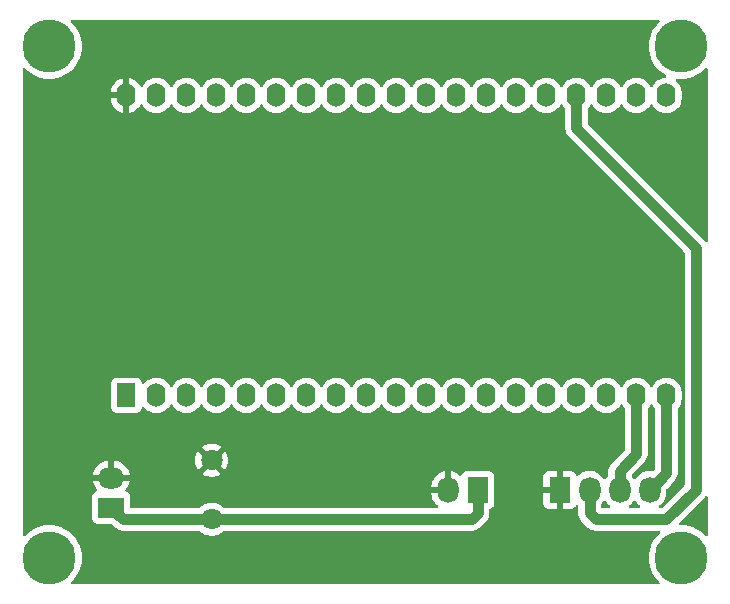
<source format=gbl>
%TF.GenerationSoftware,KiCad,Pcbnew,8.0.6*%
%TF.CreationDate,2025-06-18T14:26:32+02:00*%
%TF.ProjectId,Carte _lec Lum,43617274-6520-4e96-9c65-63204c756d2e,rev?*%
%TF.SameCoordinates,Original*%
%TF.FileFunction,Copper,L2,Bot*%
%TF.FilePolarity,Positive*%
%FSLAX46Y46*%
G04 Gerber Fmt 4.6, Leading zero omitted, Abs format (unit mm)*
G04 Created by KiCad (PCBNEW 8.0.6) date 2025-06-18 14:26:32*
%MOMM*%
%LPD*%
G01*
G04 APERTURE LIST*
%TA.AperFunction,ComponentPad*%
%ADD10R,1.800000X2.200000*%
%TD*%
%TA.AperFunction,ComponentPad*%
%ADD11O,1.800000X2.200000*%
%TD*%
%TA.AperFunction,ComponentPad*%
%ADD12R,1.600000X2.000000*%
%TD*%
%TA.AperFunction,ComponentPad*%
%ADD13O,1.600000X2.000000*%
%TD*%
%TA.AperFunction,ComponentPad*%
%ADD14C,1.800000*%
%TD*%
%TA.AperFunction,ComponentPad*%
%ADD15R,2.200000X1.800000*%
%TD*%
%TA.AperFunction,ComponentPad*%
%ADD16O,2.200000X1.800000*%
%TD*%
%TA.AperFunction,ViaPad*%
%ADD17C,4.500000*%
%TD*%
%TA.AperFunction,Conductor*%
%ADD18C,0.900000*%
%TD*%
G04 APERTURE END LIST*
D10*
%TO.P,J2,1,Pin_1*%
%TO.N,5V+*%
X180040000Y-109500000D03*
D11*
%TO.P,J2,2,Pin_2*%
%TO.N,GND*%
X177500000Y-109500000D03*
%TD*%
D10*
%TO.P,J1,1,Pin_1*%
%TO.N,GND*%
X186960000Y-109500000D03*
D11*
%TO.P,J1,2,Pin_2*%
%TO.N,DI*%
X189500000Y-109500000D03*
%TO.P,J1,3,Pin_3*%
%TO.N,CI*%
X192040000Y-109500000D03*
%TO.P,J1,4,Pin_4*%
%TO.N,5V*%
X194580000Y-109500000D03*
%TD*%
D12*
%TO.P,U1,1,3.3V*%
%TO.N,unconnected-(U1-3.3V-Pad1)*%
X150280000Y-101500000D03*
D13*
%TO.P,U1,2,EN*%
%TO.N,unconnected-(U1-EN-Pad2)*%
X152820000Y-101500000D03*
%TO.P,U1,3,VP*%
%TO.N,unconnected-(U1-VP-Pad3)*%
X155360000Y-101500000D03*
%TO.P,U1,4,VN*%
%TO.N,unconnected-(U1-VN-Pad4)*%
X157900000Y-101500000D03*
%TO.P,U1,5,GPIO34*%
%TO.N,unconnected-(U1-GPIO34-Pad5)*%
X160440000Y-101500000D03*
%TO.P,U1,6,GPIO35*%
%TO.N,unconnected-(U1-GPIO35-Pad6)*%
X162980000Y-101500000D03*
%TO.P,U1,7,GPIO32*%
%TO.N,unconnected-(U1-GPIO32-Pad7)*%
X165520000Y-101500000D03*
%TO.P,U1,8,GPIO33*%
%TO.N,unconnected-(U1-GPIO33-Pad8)*%
X168060000Y-101500000D03*
%TO.P,U1,9,GPIO25*%
%TO.N,unconnected-(U1-GPIO25-Pad9)*%
X170600000Y-101500000D03*
%TO.P,U1,10,GPIO26*%
%TO.N,unconnected-(U1-GPIO26-Pad10)*%
X173140000Y-101500000D03*
%TO.P,U1,11,GPIO27*%
%TO.N,unconnected-(U1-GPIO27-Pad11)*%
X175680000Y-101500000D03*
%TO.P,U1,12,GPIO14*%
%TO.N,unconnected-(U1-GPIO14-Pad12)*%
X178220000Y-101500000D03*
%TO.P,U1,13,GPIO12*%
%TO.N,unconnected-(U1-GPIO12-Pad13)*%
X180760000Y-101500000D03*
%TO.P,U1,14,GND*%
%TO.N,unconnected-(U1-GND-Pad14)*%
X183300000Y-101500000D03*
%TO.P,U1,15,GPIO13*%
%TO.N,unconnected-(U1-GPIO13-Pad15)*%
X185840000Y-101500000D03*
%TO.P,U1,16,D2_DNC*%
%TO.N,unconnected-(U1-D2_DNC-Pad16)*%
X188380000Y-101500000D03*
%TO.P,U1,17,D3_DNC*%
%TO.N,unconnected-(U1-D3_DNC-Pad17)*%
X190920000Y-101500000D03*
%TO.P,U1,18,CMD_DNC*%
%TO.N,CI*%
X193460000Y-101500000D03*
%TO.P,U1,19,5V*%
%TO.N,5V*%
X196000000Y-101500000D03*
%TO.P,U1,20,CLK_DNC*%
%TO.N,unconnected-(U1-CLK_DNC-Pad20)*%
X196000000Y-76100000D03*
%TO.P,U1,21,D0_DNC*%
%TO.N,unconnected-(U1-D0_DNC-Pad21)*%
X193460000Y-76100000D03*
%TO.P,U1,22,D1_DNC*%
%TO.N,unconnected-(U1-D1_DNC-Pad22)*%
X190920000Y-76100000D03*
%TO.P,U1,23,GPIO15*%
%TO.N,DI*%
X188380000Y-76100000D03*
%TO.P,U1,24,GPIO02*%
%TO.N,unconnected-(U1-GPIO02-Pad24)*%
X185840000Y-76100000D03*
%TO.P,U1,25,GPIO00*%
%TO.N,unconnected-(U1-GPIO00-Pad25)*%
X183300000Y-76100000D03*
%TO.P,U1,26,GPIO04*%
%TO.N,unconnected-(U1-GPIO04-Pad26)*%
X180760000Y-76100000D03*
%TO.P,U1,27,GPIO16*%
%TO.N,unconnected-(U1-GPIO16-Pad27)*%
X178220000Y-76100000D03*
%TO.P,U1,28,GPIO17*%
%TO.N,unconnected-(U1-GPIO17-Pad28)*%
X175680000Y-76100000D03*
%TO.P,U1,29,GPIO05*%
%TO.N,unconnected-(U1-GPIO05-Pad29)*%
X173140000Y-76100000D03*
%TO.P,U1,30,GPIO18*%
%TO.N,unconnected-(U1-GPIO18-Pad30)*%
X170600000Y-76100000D03*
%TO.P,U1,31,GPIO19*%
%TO.N,unconnected-(U1-GPIO19-Pad31)*%
X168060000Y-76100000D03*
%TO.P,U1,32,GND*%
%TO.N,unconnected-(U1-GND-Pad32)*%
X165520000Y-76100000D03*
%TO.P,U1,33,GPIO21*%
%TO.N,unconnected-(U1-GPIO21-Pad33)*%
X162980000Y-76100000D03*
%TO.P,U1,34,GPIO03*%
%TO.N,unconnected-(U1-GPIO03-Pad34)*%
X160440000Y-76100000D03*
%TO.P,U1,35,GPIO01*%
%TO.N,unconnected-(U1-GPIO01-Pad35)*%
X157900000Y-76100000D03*
%TO.P,U1,36,GPIO22*%
%TO.N,unconnected-(U1-GPIO22-Pad36)*%
X155360000Y-76100000D03*
%TO.P,U1,37,GPIO23*%
%TO.N,unconnected-(U1-GPIO23-Pad37)*%
X152820000Y-76100000D03*
%TO.P,U1,38,GND*%
%TO.N,GND*%
X150280000Y-76100000D03*
%TD*%
D14*
%TO.P,C5,1*%
%TO.N,5V+*%
X157500000Y-112000000D03*
%TO.P,C5,2*%
%TO.N,GND*%
X157500000Y-107000000D03*
%TD*%
D15*
%TO.P,J3,1,Pin_1*%
%TO.N,5V+*%
X149000000Y-111000000D03*
D16*
%TO.P,J3,2,Pin_2*%
%TO.N,GND*%
X149000000Y-108460000D03*
%TD*%
D17*
%TO.N,*%
X197250000Y-71950000D03*
X143750000Y-115250000D03*
%TO.N,DI*%
X197250000Y-115250000D03*
X143750000Y-71950000D03*
%TD*%
D18*
%TO.N,5V+*%
X149000000Y-111000000D02*
X150000000Y-112000000D01*
X180040000Y-111500000D02*
X180040000Y-109500000D01*
X150000000Y-112000000D02*
X157500000Y-112000000D01*
X179540000Y-112000000D02*
X180040000Y-111500000D01*
X157500000Y-112000000D02*
X179540000Y-112000000D01*
%TO.N,5V*%
X196000000Y-108080000D02*
X196000000Y-101500000D01*
X194580000Y-109500000D02*
X196000000Y-108080000D01*
%TO.N,CI*%
X192040000Y-107900000D02*
X193460000Y-106480000D01*
X192040000Y-109500000D02*
X192040000Y-107900000D01*
X193460000Y-106480000D02*
X193460000Y-101500000D01*
%TO.N,DI*%
X189500000Y-111500000D02*
X190000000Y-112000000D01*
X188380000Y-78880000D02*
X188380000Y-76100000D01*
X198500000Y-109500000D02*
X198500000Y-89000000D01*
X198500000Y-89000000D02*
X188380000Y-78880000D01*
X190000000Y-112000000D02*
X196000000Y-112000000D01*
X189500000Y-109500000D02*
X189500000Y-111500000D01*
X196000000Y-112000000D02*
X198500000Y-109500000D01*
%TD*%
%TA.AperFunction,Conductor*%
%TO.N,GND*%
G36*
X195377382Y-69720185D02*
G01*
X195423137Y-69772989D01*
X195433081Y-69842147D01*
X195404056Y-69905703D01*
X195398024Y-69912181D01*
X195187460Y-70122744D01*
X194982251Y-70384673D01*
X194810101Y-70669445D01*
X194810100Y-70669447D01*
X194673536Y-70972880D01*
X194673530Y-70972895D01*
X194574546Y-71290550D01*
X194514563Y-71617863D01*
X194494473Y-71950000D01*
X194514563Y-72282136D01*
X194514563Y-72282141D01*
X194514564Y-72282142D01*
X194574544Y-72609441D01*
X194574545Y-72609445D01*
X194574546Y-72609449D01*
X194673530Y-72927104D01*
X194673534Y-72927116D01*
X194673537Y-72927123D01*
X194810102Y-73230557D01*
X194982246Y-73515318D01*
X194982251Y-73515326D01*
X195187460Y-73777255D01*
X195422744Y-74012539D01*
X195684673Y-74217748D01*
X195684678Y-74217751D01*
X195684682Y-74217754D01*
X195938940Y-74371458D01*
X195986128Y-74422986D01*
X195997966Y-74491845D01*
X195970697Y-74556174D01*
X195912978Y-74595548D01*
X195894188Y-74600048D01*
X195695465Y-74631522D01*
X195500776Y-74694781D01*
X195318386Y-74787715D01*
X195152786Y-74908028D01*
X195008028Y-75052786D01*
X194887715Y-75218386D01*
X194840485Y-75311080D01*
X194792510Y-75361876D01*
X194724689Y-75378671D01*
X194658554Y-75356134D01*
X194619515Y-75311080D01*
X194615305Y-75302818D01*
X194572287Y-75218390D01*
X194564556Y-75207749D01*
X194451971Y-75052786D01*
X194307213Y-74908028D01*
X194141613Y-74787715D01*
X194141612Y-74787714D01*
X194141610Y-74787713D01*
X194084653Y-74758691D01*
X193959223Y-74694781D01*
X193764534Y-74631522D01*
X193589995Y-74603878D01*
X193562352Y-74599500D01*
X193357648Y-74599500D01*
X193333329Y-74603351D01*
X193155465Y-74631522D01*
X192960776Y-74694781D01*
X192778386Y-74787715D01*
X192612786Y-74908028D01*
X192468028Y-75052786D01*
X192347715Y-75218386D01*
X192300485Y-75311080D01*
X192252510Y-75361876D01*
X192184689Y-75378671D01*
X192118554Y-75356134D01*
X192079515Y-75311080D01*
X192075305Y-75302818D01*
X192032287Y-75218390D01*
X192024556Y-75207749D01*
X191911971Y-75052786D01*
X191767213Y-74908028D01*
X191601613Y-74787715D01*
X191601612Y-74787714D01*
X191601610Y-74787713D01*
X191544653Y-74758691D01*
X191419223Y-74694781D01*
X191224534Y-74631522D01*
X191049995Y-74603878D01*
X191022352Y-74599500D01*
X190817648Y-74599500D01*
X190793329Y-74603351D01*
X190615465Y-74631522D01*
X190420776Y-74694781D01*
X190238386Y-74787715D01*
X190072786Y-74908028D01*
X189928028Y-75052786D01*
X189807715Y-75218386D01*
X189760485Y-75311080D01*
X189712510Y-75361876D01*
X189644689Y-75378671D01*
X189578554Y-75356134D01*
X189539515Y-75311080D01*
X189535305Y-75302818D01*
X189492287Y-75218390D01*
X189484556Y-75207749D01*
X189371971Y-75052786D01*
X189227213Y-74908028D01*
X189061613Y-74787715D01*
X189061612Y-74787714D01*
X189061610Y-74787713D01*
X189004653Y-74758691D01*
X188879223Y-74694781D01*
X188684534Y-74631522D01*
X188509995Y-74603878D01*
X188482352Y-74599500D01*
X188277648Y-74599500D01*
X188253329Y-74603351D01*
X188075465Y-74631522D01*
X187880776Y-74694781D01*
X187698386Y-74787715D01*
X187532786Y-74908028D01*
X187388028Y-75052786D01*
X187267715Y-75218386D01*
X187220485Y-75311080D01*
X187172510Y-75361876D01*
X187104689Y-75378671D01*
X187038554Y-75356134D01*
X186999515Y-75311080D01*
X186995305Y-75302818D01*
X186952287Y-75218390D01*
X186944556Y-75207749D01*
X186831971Y-75052786D01*
X186687213Y-74908028D01*
X186521613Y-74787715D01*
X186521612Y-74787714D01*
X186521610Y-74787713D01*
X186464653Y-74758691D01*
X186339223Y-74694781D01*
X186144534Y-74631522D01*
X185969995Y-74603878D01*
X185942352Y-74599500D01*
X185737648Y-74599500D01*
X185713329Y-74603351D01*
X185535465Y-74631522D01*
X185340776Y-74694781D01*
X185158386Y-74787715D01*
X184992786Y-74908028D01*
X184848028Y-75052786D01*
X184727715Y-75218386D01*
X184680485Y-75311080D01*
X184632510Y-75361876D01*
X184564689Y-75378671D01*
X184498554Y-75356134D01*
X184459515Y-75311080D01*
X184455305Y-75302818D01*
X184412287Y-75218390D01*
X184404556Y-75207749D01*
X184291971Y-75052786D01*
X184147213Y-74908028D01*
X183981613Y-74787715D01*
X183981612Y-74787714D01*
X183981610Y-74787713D01*
X183924653Y-74758691D01*
X183799223Y-74694781D01*
X183604534Y-74631522D01*
X183429995Y-74603878D01*
X183402352Y-74599500D01*
X183197648Y-74599500D01*
X183173329Y-74603351D01*
X182995465Y-74631522D01*
X182800776Y-74694781D01*
X182618386Y-74787715D01*
X182452786Y-74908028D01*
X182308028Y-75052786D01*
X182187715Y-75218386D01*
X182140485Y-75311080D01*
X182092510Y-75361876D01*
X182024689Y-75378671D01*
X181958554Y-75356134D01*
X181919515Y-75311080D01*
X181915305Y-75302818D01*
X181872287Y-75218390D01*
X181864556Y-75207749D01*
X181751971Y-75052786D01*
X181607213Y-74908028D01*
X181441613Y-74787715D01*
X181441612Y-74787714D01*
X181441610Y-74787713D01*
X181384653Y-74758691D01*
X181259223Y-74694781D01*
X181064534Y-74631522D01*
X180889995Y-74603878D01*
X180862352Y-74599500D01*
X180657648Y-74599500D01*
X180633329Y-74603351D01*
X180455465Y-74631522D01*
X180260776Y-74694781D01*
X180078386Y-74787715D01*
X179912786Y-74908028D01*
X179768028Y-75052786D01*
X179647715Y-75218386D01*
X179600485Y-75311080D01*
X179552510Y-75361876D01*
X179484689Y-75378671D01*
X179418554Y-75356134D01*
X179379515Y-75311080D01*
X179375305Y-75302818D01*
X179332287Y-75218390D01*
X179324556Y-75207749D01*
X179211971Y-75052786D01*
X179067213Y-74908028D01*
X178901613Y-74787715D01*
X178901612Y-74787714D01*
X178901610Y-74787713D01*
X178844653Y-74758691D01*
X178719223Y-74694781D01*
X178524534Y-74631522D01*
X178349995Y-74603878D01*
X178322352Y-74599500D01*
X178117648Y-74599500D01*
X178093329Y-74603351D01*
X177915465Y-74631522D01*
X177720776Y-74694781D01*
X177538386Y-74787715D01*
X177372786Y-74908028D01*
X177228028Y-75052786D01*
X177107715Y-75218386D01*
X177060485Y-75311080D01*
X177012510Y-75361876D01*
X176944689Y-75378671D01*
X176878554Y-75356134D01*
X176839515Y-75311080D01*
X176835305Y-75302818D01*
X176792287Y-75218390D01*
X176784556Y-75207749D01*
X176671971Y-75052786D01*
X176527213Y-74908028D01*
X176361613Y-74787715D01*
X176361612Y-74787714D01*
X176361610Y-74787713D01*
X176304653Y-74758691D01*
X176179223Y-74694781D01*
X175984534Y-74631522D01*
X175809995Y-74603878D01*
X175782352Y-74599500D01*
X175577648Y-74599500D01*
X175553329Y-74603351D01*
X175375465Y-74631522D01*
X175180776Y-74694781D01*
X174998386Y-74787715D01*
X174832786Y-74908028D01*
X174688028Y-75052786D01*
X174567715Y-75218386D01*
X174520485Y-75311080D01*
X174472510Y-75361876D01*
X174404689Y-75378671D01*
X174338554Y-75356134D01*
X174299515Y-75311080D01*
X174295305Y-75302818D01*
X174252287Y-75218390D01*
X174244556Y-75207749D01*
X174131971Y-75052786D01*
X173987213Y-74908028D01*
X173821613Y-74787715D01*
X173821612Y-74787714D01*
X173821610Y-74787713D01*
X173764653Y-74758691D01*
X173639223Y-74694781D01*
X173444534Y-74631522D01*
X173269995Y-74603878D01*
X173242352Y-74599500D01*
X173037648Y-74599500D01*
X173013329Y-74603351D01*
X172835465Y-74631522D01*
X172640776Y-74694781D01*
X172458386Y-74787715D01*
X172292786Y-74908028D01*
X172148028Y-75052786D01*
X172027715Y-75218386D01*
X171980485Y-75311080D01*
X171932510Y-75361876D01*
X171864689Y-75378671D01*
X171798554Y-75356134D01*
X171759515Y-75311080D01*
X171755305Y-75302818D01*
X171712287Y-75218390D01*
X171704556Y-75207749D01*
X171591971Y-75052786D01*
X171447213Y-74908028D01*
X171281613Y-74787715D01*
X171281612Y-74787714D01*
X171281610Y-74787713D01*
X171224653Y-74758691D01*
X171099223Y-74694781D01*
X170904534Y-74631522D01*
X170729995Y-74603878D01*
X170702352Y-74599500D01*
X170497648Y-74599500D01*
X170473329Y-74603351D01*
X170295465Y-74631522D01*
X170100776Y-74694781D01*
X169918386Y-74787715D01*
X169752786Y-74908028D01*
X169608028Y-75052786D01*
X169487715Y-75218386D01*
X169440485Y-75311080D01*
X169392510Y-75361876D01*
X169324689Y-75378671D01*
X169258554Y-75356134D01*
X169219515Y-75311080D01*
X169215305Y-75302818D01*
X169172287Y-75218390D01*
X169164556Y-75207749D01*
X169051971Y-75052786D01*
X168907213Y-74908028D01*
X168741613Y-74787715D01*
X168741612Y-74787714D01*
X168741610Y-74787713D01*
X168684653Y-74758691D01*
X168559223Y-74694781D01*
X168364534Y-74631522D01*
X168189995Y-74603878D01*
X168162352Y-74599500D01*
X167957648Y-74599500D01*
X167933329Y-74603351D01*
X167755465Y-74631522D01*
X167560776Y-74694781D01*
X167378386Y-74787715D01*
X167212786Y-74908028D01*
X167068028Y-75052786D01*
X166947715Y-75218386D01*
X166900485Y-75311080D01*
X166852510Y-75361876D01*
X166784689Y-75378671D01*
X166718554Y-75356134D01*
X166679515Y-75311080D01*
X166675305Y-75302818D01*
X166632287Y-75218390D01*
X166624556Y-75207749D01*
X166511971Y-75052786D01*
X166367213Y-74908028D01*
X166201613Y-74787715D01*
X166201612Y-74787714D01*
X166201610Y-74787713D01*
X166144653Y-74758691D01*
X166019223Y-74694781D01*
X165824534Y-74631522D01*
X165649995Y-74603878D01*
X165622352Y-74599500D01*
X165417648Y-74599500D01*
X165393329Y-74603351D01*
X165215465Y-74631522D01*
X165020776Y-74694781D01*
X164838386Y-74787715D01*
X164672786Y-74908028D01*
X164528028Y-75052786D01*
X164407715Y-75218386D01*
X164360485Y-75311080D01*
X164312510Y-75361876D01*
X164244689Y-75378671D01*
X164178554Y-75356134D01*
X164139515Y-75311080D01*
X164135305Y-75302818D01*
X164092287Y-75218390D01*
X164084556Y-75207749D01*
X163971971Y-75052786D01*
X163827213Y-74908028D01*
X163661613Y-74787715D01*
X163661612Y-74787714D01*
X163661610Y-74787713D01*
X163604653Y-74758691D01*
X163479223Y-74694781D01*
X163284534Y-74631522D01*
X163109995Y-74603878D01*
X163082352Y-74599500D01*
X162877648Y-74599500D01*
X162853329Y-74603351D01*
X162675465Y-74631522D01*
X162480776Y-74694781D01*
X162298386Y-74787715D01*
X162132786Y-74908028D01*
X161988028Y-75052786D01*
X161867715Y-75218386D01*
X161820485Y-75311080D01*
X161772510Y-75361876D01*
X161704689Y-75378671D01*
X161638554Y-75356134D01*
X161599515Y-75311080D01*
X161595305Y-75302818D01*
X161552287Y-75218390D01*
X161544556Y-75207749D01*
X161431971Y-75052786D01*
X161287213Y-74908028D01*
X161121613Y-74787715D01*
X161121612Y-74787714D01*
X161121610Y-74787713D01*
X161064653Y-74758691D01*
X160939223Y-74694781D01*
X160744534Y-74631522D01*
X160569995Y-74603878D01*
X160542352Y-74599500D01*
X160337648Y-74599500D01*
X160313329Y-74603351D01*
X160135465Y-74631522D01*
X159940776Y-74694781D01*
X159758386Y-74787715D01*
X159592786Y-74908028D01*
X159448028Y-75052786D01*
X159327715Y-75218386D01*
X159280485Y-75311080D01*
X159232510Y-75361876D01*
X159164689Y-75378671D01*
X159098554Y-75356134D01*
X159059515Y-75311080D01*
X159055305Y-75302818D01*
X159012287Y-75218390D01*
X159004556Y-75207749D01*
X158891971Y-75052786D01*
X158747213Y-74908028D01*
X158581613Y-74787715D01*
X158581612Y-74787714D01*
X158581610Y-74787713D01*
X158524653Y-74758691D01*
X158399223Y-74694781D01*
X158204534Y-74631522D01*
X158029995Y-74603878D01*
X158002352Y-74599500D01*
X157797648Y-74599500D01*
X157773329Y-74603351D01*
X157595465Y-74631522D01*
X157400776Y-74694781D01*
X157218386Y-74787715D01*
X157052786Y-74908028D01*
X156908028Y-75052786D01*
X156787715Y-75218386D01*
X156740485Y-75311080D01*
X156692510Y-75361876D01*
X156624689Y-75378671D01*
X156558554Y-75356134D01*
X156519515Y-75311080D01*
X156515305Y-75302818D01*
X156472287Y-75218390D01*
X156464556Y-75207749D01*
X156351971Y-75052786D01*
X156207213Y-74908028D01*
X156041613Y-74787715D01*
X156041612Y-74787714D01*
X156041610Y-74787713D01*
X155984653Y-74758691D01*
X155859223Y-74694781D01*
X155664534Y-74631522D01*
X155489995Y-74603878D01*
X155462352Y-74599500D01*
X155257648Y-74599500D01*
X155233329Y-74603351D01*
X155055465Y-74631522D01*
X154860776Y-74694781D01*
X154678386Y-74787715D01*
X154512786Y-74908028D01*
X154368028Y-75052786D01*
X154247715Y-75218386D01*
X154200485Y-75311080D01*
X154152510Y-75361876D01*
X154084689Y-75378671D01*
X154018554Y-75356134D01*
X153979515Y-75311080D01*
X153975305Y-75302818D01*
X153932287Y-75218390D01*
X153924556Y-75207749D01*
X153811971Y-75052786D01*
X153667213Y-74908028D01*
X153501613Y-74787715D01*
X153501612Y-74787714D01*
X153501610Y-74787713D01*
X153444653Y-74758691D01*
X153319223Y-74694781D01*
X153124534Y-74631522D01*
X152949995Y-74603878D01*
X152922352Y-74599500D01*
X152717648Y-74599500D01*
X152693329Y-74603351D01*
X152515465Y-74631522D01*
X152320776Y-74694781D01*
X152138386Y-74787715D01*
X151972786Y-74908028D01*
X151828028Y-75052786D01*
X151707713Y-75218388D01*
X151664693Y-75302819D01*
X151616719Y-75353614D01*
X151548897Y-75370409D01*
X151482763Y-75347871D01*
X151443724Y-75302818D01*
X151398701Y-75214457D01*
X151277684Y-75047892D01*
X151132107Y-74902315D01*
X150965542Y-74781298D01*
X150782098Y-74687827D01*
X150782095Y-74687826D01*
X150586292Y-74624207D01*
X150534000Y-74615924D01*
X150534000Y-75669297D01*
X150472993Y-75634075D01*
X150345826Y-75600000D01*
X150214174Y-75600000D01*
X150087007Y-75634075D01*
X150026000Y-75669297D01*
X150026000Y-74615924D01*
X149973707Y-74624207D01*
X149777904Y-74687826D01*
X149777901Y-74687827D01*
X149594457Y-74781298D01*
X149427892Y-74902315D01*
X149282315Y-75047892D01*
X149161298Y-75214457D01*
X149067827Y-75397901D01*
X149067826Y-75397904D01*
X149004207Y-75593707D01*
X148972000Y-75797052D01*
X148972000Y-75846000D01*
X149849297Y-75846000D01*
X149814075Y-75907007D01*
X149780000Y-76034174D01*
X149780000Y-76165826D01*
X149814075Y-76292993D01*
X149849297Y-76354000D01*
X148972000Y-76354000D01*
X148972000Y-76402947D01*
X149004207Y-76606292D01*
X149067826Y-76802095D01*
X149067827Y-76802098D01*
X149161298Y-76985542D01*
X149282315Y-77152107D01*
X149427892Y-77297684D01*
X149594457Y-77418701D01*
X149777901Y-77512172D01*
X149777904Y-77512173D01*
X149973708Y-77575793D01*
X150025999Y-77584073D01*
X150026000Y-77584073D01*
X150026000Y-76530702D01*
X150087007Y-76565925D01*
X150214174Y-76600000D01*
X150345826Y-76600000D01*
X150472993Y-76565925D01*
X150534000Y-76530702D01*
X150534000Y-77584073D01*
X150586291Y-77575793D01*
X150782095Y-77512173D01*
X150782098Y-77512172D01*
X150965542Y-77418701D01*
X151132107Y-77297684D01*
X151277684Y-77152107D01*
X151398701Y-76985542D01*
X151443724Y-76897181D01*
X151491699Y-76846385D01*
X151559519Y-76829590D01*
X151625654Y-76852127D01*
X151664694Y-76897181D01*
X151707715Y-76981613D01*
X151828028Y-77147213D01*
X151972786Y-77291971D01*
X152127749Y-77404556D01*
X152138390Y-77412287D01*
X152254607Y-77471503D01*
X152320776Y-77505218D01*
X152320778Y-77505218D01*
X152320781Y-77505220D01*
X152425137Y-77539127D01*
X152515465Y-77568477D01*
X152613934Y-77584073D01*
X152717648Y-77600500D01*
X152717649Y-77600500D01*
X152922351Y-77600500D01*
X152922352Y-77600500D01*
X153124534Y-77568477D01*
X153319219Y-77505220D01*
X153501610Y-77412287D01*
X153594590Y-77344732D01*
X153667213Y-77291971D01*
X153667215Y-77291968D01*
X153667219Y-77291966D01*
X153811966Y-77147219D01*
X153811968Y-77147215D01*
X153811971Y-77147213D01*
X153932284Y-76981614D01*
X153932285Y-76981613D01*
X153932287Y-76981610D01*
X153979516Y-76888917D01*
X154027489Y-76838123D01*
X154095310Y-76821328D01*
X154161445Y-76843865D01*
X154200483Y-76888917D01*
X154244348Y-76975006D01*
X154247715Y-76981614D01*
X154368028Y-77147213D01*
X154512786Y-77291971D01*
X154667749Y-77404556D01*
X154678390Y-77412287D01*
X154794607Y-77471503D01*
X154860776Y-77505218D01*
X154860778Y-77505218D01*
X154860781Y-77505220D01*
X154965137Y-77539127D01*
X155055465Y-77568477D01*
X155153934Y-77584073D01*
X155257648Y-77600500D01*
X155257649Y-77600500D01*
X155462351Y-77600500D01*
X155462352Y-77600500D01*
X155664534Y-77568477D01*
X155859219Y-77505220D01*
X156041610Y-77412287D01*
X156134590Y-77344732D01*
X156207213Y-77291971D01*
X156207215Y-77291968D01*
X156207219Y-77291966D01*
X156351966Y-77147219D01*
X156351968Y-77147215D01*
X156351971Y-77147213D01*
X156472284Y-76981614D01*
X156472285Y-76981613D01*
X156472287Y-76981610D01*
X156519516Y-76888917D01*
X156567489Y-76838123D01*
X156635310Y-76821328D01*
X156701445Y-76843865D01*
X156740483Y-76888917D01*
X156784348Y-76975006D01*
X156787715Y-76981614D01*
X156908028Y-77147213D01*
X157052786Y-77291971D01*
X157207749Y-77404556D01*
X157218390Y-77412287D01*
X157334607Y-77471503D01*
X157400776Y-77505218D01*
X157400778Y-77505218D01*
X157400781Y-77505220D01*
X157505137Y-77539127D01*
X157595465Y-77568477D01*
X157693934Y-77584073D01*
X157797648Y-77600500D01*
X157797649Y-77600500D01*
X158002351Y-77600500D01*
X158002352Y-77600500D01*
X158204534Y-77568477D01*
X158399219Y-77505220D01*
X158581610Y-77412287D01*
X158674590Y-77344732D01*
X158747213Y-77291971D01*
X158747215Y-77291968D01*
X158747219Y-77291966D01*
X158891966Y-77147219D01*
X158891968Y-77147215D01*
X158891971Y-77147213D01*
X159012284Y-76981614D01*
X159012285Y-76981613D01*
X159012287Y-76981610D01*
X159059516Y-76888917D01*
X159107489Y-76838123D01*
X159175310Y-76821328D01*
X159241445Y-76843865D01*
X159280483Y-76888917D01*
X159324348Y-76975006D01*
X159327715Y-76981614D01*
X159448028Y-77147213D01*
X159592786Y-77291971D01*
X159747749Y-77404556D01*
X159758390Y-77412287D01*
X159874607Y-77471503D01*
X159940776Y-77505218D01*
X159940778Y-77505218D01*
X159940781Y-77505220D01*
X160045137Y-77539127D01*
X160135465Y-77568477D01*
X160233934Y-77584073D01*
X160337648Y-77600500D01*
X160337649Y-77600500D01*
X160542351Y-77600500D01*
X160542352Y-77600500D01*
X160744534Y-77568477D01*
X160939219Y-77505220D01*
X161121610Y-77412287D01*
X161214590Y-77344732D01*
X161287213Y-77291971D01*
X161287215Y-77291968D01*
X161287219Y-77291966D01*
X161431966Y-77147219D01*
X161431968Y-77147215D01*
X161431971Y-77147213D01*
X161552284Y-76981614D01*
X161552285Y-76981613D01*
X161552287Y-76981610D01*
X161599516Y-76888917D01*
X161647489Y-76838123D01*
X161715310Y-76821328D01*
X161781445Y-76843865D01*
X161820483Y-76888917D01*
X161864348Y-76975006D01*
X161867715Y-76981614D01*
X161988028Y-77147213D01*
X162132786Y-77291971D01*
X162287749Y-77404556D01*
X162298390Y-77412287D01*
X162414607Y-77471503D01*
X162480776Y-77505218D01*
X162480778Y-77505218D01*
X162480781Y-77505220D01*
X162585137Y-77539127D01*
X162675465Y-77568477D01*
X162773934Y-77584073D01*
X162877648Y-77600500D01*
X162877649Y-77600500D01*
X163082351Y-77600500D01*
X163082352Y-77600500D01*
X163284534Y-77568477D01*
X163479219Y-77505220D01*
X163661610Y-77412287D01*
X163754590Y-77344732D01*
X163827213Y-77291971D01*
X163827215Y-77291968D01*
X163827219Y-77291966D01*
X163971966Y-77147219D01*
X163971968Y-77147215D01*
X163971971Y-77147213D01*
X164092284Y-76981614D01*
X164092285Y-76981613D01*
X164092287Y-76981610D01*
X164139516Y-76888917D01*
X164187489Y-76838123D01*
X164255310Y-76821328D01*
X164321445Y-76843865D01*
X164360483Y-76888917D01*
X164404348Y-76975006D01*
X164407715Y-76981614D01*
X164528028Y-77147213D01*
X164672786Y-77291971D01*
X164827749Y-77404556D01*
X164838390Y-77412287D01*
X164954607Y-77471503D01*
X165020776Y-77505218D01*
X165020778Y-77505218D01*
X165020781Y-77505220D01*
X165125137Y-77539127D01*
X165215465Y-77568477D01*
X165313934Y-77584073D01*
X165417648Y-77600500D01*
X165417649Y-77600500D01*
X165622351Y-77600500D01*
X165622352Y-77600500D01*
X165824534Y-77568477D01*
X166019219Y-77505220D01*
X166201610Y-77412287D01*
X166294590Y-77344732D01*
X166367213Y-77291971D01*
X166367215Y-77291968D01*
X166367219Y-77291966D01*
X166511966Y-77147219D01*
X166511968Y-77147215D01*
X166511971Y-77147213D01*
X166632284Y-76981614D01*
X166632285Y-76981613D01*
X166632287Y-76981610D01*
X166679516Y-76888917D01*
X166727489Y-76838123D01*
X166795310Y-76821328D01*
X166861445Y-76843865D01*
X166900483Y-76888917D01*
X166944348Y-76975006D01*
X166947715Y-76981614D01*
X167068028Y-77147213D01*
X167212786Y-77291971D01*
X167367749Y-77404556D01*
X167378390Y-77412287D01*
X167494607Y-77471503D01*
X167560776Y-77505218D01*
X167560778Y-77505218D01*
X167560781Y-77505220D01*
X167665137Y-77539127D01*
X167755465Y-77568477D01*
X167853934Y-77584073D01*
X167957648Y-77600500D01*
X167957649Y-77600500D01*
X168162351Y-77600500D01*
X168162352Y-77600500D01*
X168364534Y-77568477D01*
X168559219Y-77505220D01*
X168741610Y-77412287D01*
X168834590Y-77344732D01*
X168907213Y-77291971D01*
X168907215Y-77291968D01*
X168907219Y-77291966D01*
X169051966Y-77147219D01*
X169051968Y-77147215D01*
X169051971Y-77147213D01*
X169172284Y-76981614D01*
X169172285Y-76981613D01*
X169172287Y-76981610D01*
X169219516Y-76888917D01*
X169267489Y-76838123D01*
X169335310Y-76821328D01*
X169401445Y-76843865D01*
X169440483Y-76888917D01*
X169484348Y-76975006D01*
X169487715Y-76981614D01*
X169608028Y-77147213D01*
X169752786Y-77291971D01*
X169907749Y-77404556D01*
X169918390Y-77412287D01*
X170034607Y-77471503D01*
X170100776Y-77505218D01*
X170100778Y-77505218D01*
X170100781Y-77505220D01*
X170205137Y-77539127D01*
X170295465Y-77568477D01*
X170393934Y-77584073D01*
X170497648Y-77600500D01*
X170497649Y-77600500D01*
X170702351Y-77600500D01*
X170702352Y-77600500D01*
X170904534Y-77568477D01*
X171099219Y-77505220D01*
X171281610Y-77412287D01*
X171374590Y-77344732D01*
X171447213Y-77291971D01*
X171447215Y-77291968D01*
X171447219Y-77291966D01*
X171591966Y-77147219D01*
X171591968Y-77147215D01*
X171591971Y-77147213D01*
X171712284Y-76981614D01*
X171712285Y-76981613D01*
X171712287Y-76981610D01*
X171759516Y-76888917D01*
X171807489Y-76838123D01*
X171875310Y-76821328D01*
X171941445Y-76843865D01*
X171980483Y-76888917D01*
X172024348Y-76975006D01*
X172027715Y-76981614D01*
X172148028Y-77147213D01*
X172292786Y-77291971D01*
X172447749Y-77404556D01*
X172458390Y-77412287D01*
X172574607Y-77471503D01*
X172640776Y-77505218D01*
X172640778Y-77505218D01*
X172640781Y-77505220D01*
X172745137Y-77539127D01*
X172835465Y-77568477D01*
X172933934Y-77584073D01*
X173037648Y-77600500D01*
X173037649Y-77600500D01*
X173242351Y-77600500D01*
X173242352Y-77600500D01*
X173444534Y-77568477D01*
X173639219Y-77505220D01*
X173821610Y-77412287D01*
X173914590Y-77344732D01*
X173987213Y-77291971D01*
X173987215Y-77291968D01*
X173987219Y-77291966D01*
X174131966Y-77147219D01*
X174131968Y-77147215D01*
X174131971Y-77147213D01*
X174252284Y-76981614D01*
X174252285Y-76981613D01*
X174252287Y-76981610D01*
X174299516Y-76888917D01*
X174347489Y-76838123D01*
X174415310Y-76821328D01*
X174481445Y-76843865D01*
X174520483Y-76888917D01*
X174564348Y-76975006D01*
X174567715Y-76981614D01*
X174688028Y-77147213D01*
X174832786Y-77291971D01*
X174987749Y-77404556D01*
X174998390Y-77412287D01*
X175114607Y-77471503D01*
X175180776Y-77505218D01*
X175180778Y-77505218D01*
X175180781Y-77505220D01*
X175285137Y-77539127D01*
X175375465Y-77568477D01*
X175473934Y-77584073D01*
X175577648Y-77600500D01*
X175577649Y-77600500D01*
X175782351Y-77600500D01*
X175782352Y-77600500D01*
X175984534Y-77568477D01*
X176179219Y-77505220D01*
X176361610Y-77412287D01*
X176454590Y-77344732D01*
X176527213Y-77291971D01*
X176527215Y-77291968D01*
X176527219Y-77291966D01*
X176671966Y-77147219D01*
X176671968Y-77147215D01*
X176671971Y-77147213D01*
X176792284Y-76981614D01*
X176792285Y-76981613D01*
X176792287Y-76981610D01*
X176839516Y-76888917D01*
X176887489Y-76838123D01*
X176955310Y-76821328D01*
X177021445Y-76843865D01*
X177060483Y-76888917D01*
X177104348Y-76975006D01*
X177107715Y-76981614D01*
X177228028Y-77147213D01*
X177372786Y-77291971D01*
X177527749Y-77404556D01*
X177538390Y-77412287D01*
X177654607Y-77471503D01*
X177720776Y-77505218D01*
X177720778Y-77505218D01*
X177720781Y-77505220D01*
X177825137Y-77539127D01*
X177915465Y-77568477D01*
X178013934Y-77584073D01*
X178117648Y-77600500D01*
X178117649Y-77600500D01*
X178322351Y-77600500D01*
X178322352Y-77600500D01*
X178524534Y-77568477D01*
X178719219Y-77505220D01*
X178901610Y-77412287D01*
X178994590Y-77344732D01*
X179067213Y-77291971D01*
X179067215Y-77291968D01*
X179067219Y-77291966D01*
X179211966Y-77147219D01*
X179211968Y-77147215D01*
X179211971Y-77147213D01*
X179332284Y-76981614D01*
X179332285Y-76981613D01*
X179332287Y-76981610D01*
X179379516Y-76888917D01*
X179427489Y-76838123D01*
X179495310Y-76821328D01*
X179561445Y-76843865D01*
X179600483Y-76888917D01*
X179644348Y-76975006D01*
X179647715Y-76981614D01*
X179768028Y-77147213D01*
X179912786Y-77291971D01*
X180067749Y-77404556D01*
X180078390Y-77412287D01*
X180194607Y-77471503D01*
X180260776Y-77505218D01*
X180260778Y-77505218D01*
X180260781Y-77505220D01*
X180365137Y-77539127D01*
X180455465Y-77568477D01*
X180553934Y-77584073D01*
X180657648Y-77600500D01*
X180657649Y-77600500D01*
X180862351Y-77600500D01*
X180862352Y-77600500D01*
X181064534Y-77568477D01*
X181259219Y-77505220D01*
X181441610Y-77412287D01*
X181534590Y-77344732D01*
X181607213Y-77291971D01*
X181607215Y-77291968D01*
X181607219Y-77291966D01*
X181751966Y-77147219D01*
X181751968Y-77147215D01*
X181751971Y-77147213D01*
X181872284Y-76981614D01*
X181872285Y-76981613D01*
X181872287Y-76981610D01*
X181919516Y-76888917D01*
X181967489Y-76838123D01*
X182035310Y-76821328D01*
X182101445Y-76843865D01*
X182140483Y-76888917D01*
X182184348Y-76975006D01*
X182187715Y-76981614D01*
X182308028Y-77147213D01*
X182452786Y-77291971D01*
X182607749Y-77404556D01*
X182618390Y-77412287D01*
X182734607Y-77471503D01*
X182800776Y-77505218D01*
X182800778Y-77505218D01*
X182800781Y-77505220D01*
X182905137Y-77539127D01*
X182995465Y-77568477D01*
X183093934Y-77584073D01*
X183197648Y-77600500D01*
X183197649Y-77600500D01*
X183402351Y-77600500D01*
X183402352Y-77600500D01*
X183604534Y-77568477D01*
X183799219Y-77505220D01*
X183981610Y-77412287D01*
X184074590Y-77344732D01*
X184147213Y-77291971D01*
X184147215Y-77291968D01*
X184147219Y-77291966D01*
X184291966Y-77147219D01*
X184291968Y-77147215D01*
X184291971Y-77147213D01*
X184412284Y-76981614D01*
X184412285Y-76981613D01*
X184412287Y-76981610D01*
X184459516Y-76888917D01*
X184507489Y-76838123D01*
X184575310Y-76821328D01*
X184641445Y-76843865D01*
X184680483Y-76888917D01*
X184724348Y-76975006D01*
X184727715Y-76981614D01*
X184848028Y-77147213D01*
X184992786Y-77291971D01*
X185147749Y-77404556D01*
X185158390Y-77412287D01*
X185274607Y-77471503D01*
X185340776Y-77505218D01*
X185340778Y-77505218D01*
X185340781Y-77505220D01*
X185445137Y-77539127D01*
X185535465Y-77568477D01*
X185633934Y-77584073D01*
X185737648Y-77600500D01*
X185737649Y-77600500D01*
X185942351Y-77600500D01*
X185942352Y-77600500D01*
X186144534Y-77568477D01*
X186339219Y-77505220D01*
X186521610Y-77412287D01*
X186614590Y-77344732D01*
X186687213Y-77291971D01*
X186687215Y-77291968D01*
X186687219Y-77291966D01*
X186831966Y-77147219D01*
X186831968Y-77147215D01*
X186831971Y-77147213D01*
X186952284Y-76981614D01*
X186952285Y-76981613D01*
X186952287Y-76981610D01*
X186999516Y-76888917D01*
X187047489Y-76838123D01*
X187115310Y-76821328D01*
X187181445Y-76843865D01*
X187220483Y-76888917D01*
X187264348Y-76975006D01*
X187267715Y-76981614D01*
X187388028Y-77147213D01*
X187393181Y-77152366D01*
X187426666Y-77213689D01*
X187429500Y-77240047D01*
X187429500Y-78973621D01*
X187466024Y-79157242D01*
X187466027Y-79157251D01*
X187537673Y-79330223D01*
X187537680Y-79330236D01*
X187641697Y-79485907D01*
X187641700Y-79485911D01*
X197513181Y-89357391D01*
X197546666Y-89418714D01*
X197549500Y-89445072D01*
X197549500Y-109054928D01*
X197529815Y-109121967D01*
X197513181Y-109142609D01*
X195642609Y-111013181D01*
X195581286Y-111046666D01*
X195554928Y-111049500D01*
X195486880Y-111049500D01*
X195419841Y-111029815D01*
X195374086Y-110977011D01*
X195364142Y-110907853D01*
X195393167Y-110844297D01*
X195413995Y-110825182D01*
X195492358Y-110768247D01*
X195492356Y-110768247D01*
X195492365Y-110768242D01*
X195648242Y-110612365D01*
X195777815Y-110434022D01*
X195877895Y-110237606D01*
X195946015Y-110027951D01*
X195980500Y-109810222D01*
X195980500Y-109495072D01*
X196000185Y-109428033D01*
X196016819Y-109407391D01*
X196369282Y-109054928D01*
X196738301Y-108685909D01*
X196757165Y-108657678D01*
X196760296Y-108652993D01*
X196842318Y-108530237D01*
X196842318Y-108530236D01*
X196842322Y-108530231D01*
X196913973Y-108357251D01*
X196950500Y-108173616D01*
X196950500Y-102640047D01*
X196970185Y-102573008D01*
X196986819Y-102552366D01*
X196991966Y-102547219D01*
X196991968Y-102547215D01*
X196991971Y-102547213D01*
X197052670Y-102463666D01*
X197112287Y-102381610D01*
X197205220Y-102199219D01*
X197268477Y-102004534D01*
X197300500Y-101802352D01*
X197300500Y-101197648D01*
X197268477Y-100995466D01*
X197205220Y-100800781D01*
X197205218Y-100800778D01*
X197205218Y-100800776D01*
X197159515Y-100711080D01*
X197112287Y-100618390D01*
X197104556Y-100607749D01*
X196991971Y-100452786D01*
X196847213Y-100308028D01*
X196681613Y-100187715D01*
X196681612Y-100187714D01*
X196681610Y-100187713D01*
X196624653Y-100158691D01*
X196499223Y-100094781D01*
X196304534Y-100031522D01*
X196129995Y-100003878D01*
X196102352Y-99999500D01*
X195897648Y-99999500D01*
X195873329Y-100003351D01*
X195695465Y-100031522D01*
X195500776Y-100094781D01*
X195318386Y-100187715D01*
X195152786Y-100308028D01*
X195008028Y-100452786D01*
X194887715Y-100618386D01*
X194840485Y-100711080D01*
X194792510Y-100761876D01*
X194724689Y-100778671D01*
X194658554Y-100756134D01*
X194619515Y-100711080D01*
X194618883Y-100709840D01*
X194572287Y-100618390D01*
X194564556Y-100607749D01*
X194451971Y-100452786D01*
X194307213Y-100308028D01*
X194141613Y-100187715D01*
X194141612Y-100187714D01*
X194141610Y-100187713D01*
X194084653Y-100158691D01*
X193959223Y-100094781D01*
X193764534Y-100031522D01*
X193589995Y-100003878D01*
X193562352Y-99999500D01*
X193357648Y-99999500D01*
X193333329Y-100003351D01*
X193155465Y-100031522D01*
X192960776Y-100094781D01*
X192778386Y-100187715D01*
X192612786Y-100308028D01*
X192468028Y-100452786D01*
X192347715Y-100618386D01*
X192300485Y-100711080D01*
X192252510Y-100761876D01*
X192184689Y-100778671D01*
X192118554Y-100756134D01*
X192079515Y-100711080D01*
X192078883Y-100709840D01*
X192032287Y-100618390D01*
X192024556Y-100607749D01*
X191911971Y-100452786D01*
X191767213Y-100308028D01*
X191601613Y-100187715D01*
X191601612Y-100187714D01*
X191601610Y-100187713D01*
X191544653Y-100158691D01*
X191419223Y-100094781D01*
X191224534Y-100031522D01*
X191049995Y-100003878D01*
X191022352Y-99999500D01*
X190817648Y-99999500D01*
X190793329Y-100003351D01*
X190615465Y-100031522D01*
X190420776Y-100094781D01*
X190238386Y-100187715D01*
X190072786Y-100308028D01*
X189928028Y-100452786D01*
X189807715Y-100618386D01*
X189760485Y-100711080D01*
X189712510Y-100761876D01*
X189644689Y-100778671D01*
X189578554Y-100756134D01*
X189539515Y-100711080D01*
X189538883Y-100709840D01*
X189492287Y-100618390D01*
X189484556Y-100607749D01*
X189371971Y-100452786D01*
X189227213Y-100308028D01*
X189061613Y-100187715D01*
X189061612Y-100187714D01*
X189061610Y-100187713D01*
X189004653Y-100158691D01*
X188879223Y-100094781D01*
X188684534Y-100031522D01*
X188509995Y-100003878D01*
X188482352Y-99999500D01*
X188277648Y-99999500D01*
X188253329Y-100003351D01*
X188075465Y-100031522D01*
X187880776Y-100094781D01*
X187698386Y-100187715D01*
X187532786Y-100308028D01*
X187388028Y-100452786D01*
X187267715Y-100618386D01*
X187220485Y-100711080D01*
X187172510Y-100761876D01*
X187104689Y-100778671D01*
X187038554Y-100756134D01*
X186999515Y-100711080D01*
X186998883Y-100709840D01*
X186952287Y-100618390D01*
X186944556Y-100607749D01*
X186831971Y-100452786D01*
X186687213Y-100308028D01*
X186521613Y-100187715D01*
X186521612Y-100187714D01*
X186521610Y-100187713D01*
X186464653Y-100158691D01*
X186339223Y-100094781D01*
X186144534Y-100031522D01*
X185969995Y-100003878D01*
X185942352Y-99999500D01*
X185737648Y-99999500D01*
X185713329Y-100003351D01*
X185535465Y-100031522D01*
X185340776Y-100094781D01*
X185158386Y-100187715D01*
X184992786Y-100308028D01*
X184848028Y-100452786D01*
X184727715Y-100618386D01*
X184680485Y-100711080D01*
X184632510Y-100761876D01*
X184564689Y-100778671D01*
X184498554Y-100756134D01*
X184459515Y-100711080D01*
X184458883Y-100709840D01*
X184412287Y-100618390D01*
X184404556Y-100607749D01*
X184291971Y-100452786D01*
X184147213Y-100308028D01*
X183981613Y-100187715D01*
X183981612Y-100187714D01*
X183981610Y-100187713D01*
X183924653Y-100158691D01*
X183799223Y-100094781D01*
X183604534Y-100031522D01*
X183429995Y-100003878D01*
X183402352Y-99999500D01*
X183197648Y-99999500D01*
X183173329Y-100003351D01*
X182995465Y-100031522D01*
X182800776Y-100094781D01*
X182618386Y-100187715D01*
X182452786Y-100308028D01*
X182308028Y-100452786D01*
X182187715Y-100618386D01*
X182140485Y-100711080D01*
X182092510Y-100761876D01*
X182024689Y-100778671D01*
X181958554Y-100756134D01*
X181919515Y-100711080D01*
X181918883Y-100709840D01*
X181872287Y-100618390D01*
X181864556Y-100607749D01*
X181751971Y-100452786D01*
X181607213Y-100308028D01*
X181441613Y-100187715D01*
X181441612Y-100187714D01*
X181441610Y-100187713D01*
X181384653Y-100158691D01*
X181259223Y-100094781D01*
X181064534Y-100031522D01*
X180889995Y-100003878D01*
X180862352Y-99999500D01*
X180657648Y-99999500D01*
X180633329Y-100003351D01*
X180455465Y-100031522D01*
X180260776Y-100094781D01*
X180078386Y-100187715D01*
X179912786Y-100308028D01*
X179768028Y-100452786D01*
X179647715Y-100618386D01*
X179600485Y-100711080D01*
X179552510Y-100761876D01*
X179484689Y-100778671D01*
X179418554Y-100756134D01*
X179379515Y-100711080D01*
X179378883Y-100709840D01*
X179332287Y-100618390D01*
X179324556Y-100607749D01*
X179211971Y-100452786D01*
X179067213Y-100308028D01*
X178901613Y-100187715D01*
X178901612Y-100187714D01*
X178901610Y-100187713D01*
X178844653Y-100158691D01*
X178719223Y-100094781D01*
X178524534Y-100031522D01*
X178349995Y-100003878D01*
X178322352Y-99999500D01*
X178117648Y-99999500D01*
X178093329Y-100003351D01*
X177915465Y-100031522D01*
X177720776Y-100094781D01*
X177538386Y-100187715D01*
X177372786Y-100308028D01*
X177228028Y-100452786D01*
X177107715Y-100618386D01*
X177060485Y-100711080D01*
X177012510Y-100761876D01*
X176944689Y-100778671D01*
X176878554Y-100756134D01*
X176839515Y-100711080D01*
X176838883Y-100709840D01*
X176792287Y-100618390D01*
X176784556Y-100607749D01*
X176671971Y-100452786D01*
X176527213Y-100308028D01*
X176361613Y-100187715D01*
X176361612Y-100187714D01*
X176361610Y-100187713D01*
X176304653Y-100158691D01*
X176179223Y-100094781D01*
X175984534Y-100031522D01*
X175809995Y-100003878D01*
X175782352Y-99999500D01*
X175577648Y-99999500D01*
X175553329Y-100003351D01*
X175375465Y-100031522D01*
X175180776Y-100094781D01*
X174998386Y-100187715D01*
X174832786Y-100308028D01*
X174688028Y-100452786D01*
X174567715Y-100618386D01*
X174520485Y-100711080D01*
X174472510Y-100761876D01*
X174404689Y-100778671D01*
X174338554Y-100756134D01*
X174299515Y-100711080D01*
X174298883Y-100709840D01*
X174252287Y-100618390D01*
X174244556Y-100607749D01*
X174131971Y-100452786D01*
X173987213Y-100308028D01*
X173821613Y-100187715D01*
X173821612Y-100187714D01*
X173821610Y-100187713D01*
X173764653Y-100158691D01*
X173639223Y-100094781D01*
X173444534Y-100031522D01*
X173269995Y-100003878D01*
X173242352Y-99999500D01*
X173037648Y-99999500D01*
X173013329Y-100003351D01*
X172835465Y-100031522D01*
X172640776Y-100094781D01*
X172458386Y-100187715D01*
X172292786Y-100308028D01*
X172148028Y-100452786D01*
X172027715Y-100618386D01*
X171980485Y-100711080D01*
X171932510Y-100761876D01*
X171864689Y-100778671D01*
X171798554Y-100756134D01*
X171759515Y-100711080D01*
X171758883Y-100709840D01*
X171712287Y-100618390D01*
X171704556Y-100607749D01*
X171591971Y-100452786D01*
X171447213Y-100308028D01*
X171281613Y-100187715D01*
X171281612Y-100187714D01*
X171281610Y-100187713D01*
X171224653Y-100158691D01*
X171099223Y-100094781D01*
X170904534Y-100031522D01*
X170729995Y-100003878D01*
X170702352Y-99999500D01*
X170497648Y-99999500D01*
X170473329Y-100003351D01*
X170295465Y-100031522D01*
X170100776Y-100094781D01*
X169918386Y-100187715D01*
X169752786Y-100308028D01*
X169608028Y-100452786D01*
X169487715Y-100618386D01*
X169440485Y-100711080D01*
X169392510Y-100761876D01*
X169324689Y-100778671D01*
X169258554Y-100756134D01*
X169219515Y-100711080D01*
X169218883Y-100709840D01*
X169172287Y-100618390D01*
X169164556Y-100607749D01*
X169051971Y-100452786D01*
X168907213Y-100308028D01*
X168741613Y-100187715D01*
X168741612Y-100187714D01*
X168741610Y-100187713D01*
X168684653Y-100158691D01*
X168559223Y-100094781D01*
X168364534Y-100031522D01*
X168189995Y-100003878D01*
X168162352Y-99999500D01*
X167957648Y-99999500D01*
X167933329Y-100003351D01*
X167755465Y-100031522D01*
X167560776Y-100094781D01*
X167378386Y-100187715D01*
X167212786Y-100308028D01*
X167068028Y-100452786D01*
X166947715Y-100618386D01*
X166900485Y-100711080D01*
X166852510Y-100761876D01*
X166784689Y-100778671D01*
X166718554Y-100756134D01*
X166679515Y-100711080D01*
X166678883Y-100709840D01*
X166632287Y-100618390D01*
X166624556Y-100607749D01*
X166511971Y-100452786D01*
X166367213Y-100308028D01*
X166201613Y-100187715D01*
X166201612Y-100187714D01*
X166201610Y-100187713D01*
X166144653Y-100158691D01*
X166019223Y-100094781D01*
X165824534Y-100031522D01*
X165649995Y-100003878D01*
X165622352Y-99999500D01*
X165417648Y-99999500D01*
X165393329Y-100003351D01*
X165215465Y-100031522D01*
X165020776Y-100094781D01*
X164838386Y-100187715D01*
X164672786Y-100308028D01*
X164528028Y-100452786D01*
X164407715Y-100618386D01*
X164360485Y-100711080D01*
X164312510Y-100761876D01*
X164244689Y-100778671D01*
X164178554Y-100756134D01*
X164139515Y-100711080D01*
X164138883Y-100709840D01*
X164092287Y-100618390D01*
X164084556Y-100607749D01*
X163971971Y-100452786D01*
X163827213Y-100308028D01*
X163661613Y-100187715D01*
X163661612Y-100187714D01*
X163661610Y-100187713D01*
X163604653Y-100158691D01*
X163479223Y-100094781D01*
X163284534Y-100031522D01*
X163109995Y-100003878D01*
X163082352Y-99999500D01*
X162877648Y-99999500D01*
X162853329Y-100003351D01*
X162675465Y-100031522D01*
X162480776Y-100094781D01*
X162298386Y-100187715D01*
X162132786Y-100308028D01*
X161988028Y-100452786D01*
X161867715Y-100618386D01*
X161820485Y-100711080D01*
X161772510Y-100761876D01*
X161704689Y-100778671D01*
X161638554Y-100756134D01*
X161599515Y-100711080D01*
X161598883Y-100709840D01*
X161552287Y-100618390D01*
X161544556Y-100607749D01*
X161431971Y-100452786D01*
X161287213Y-100308028D01*
X161121613Y-100187715D01*
X161121612Y-100187714D01*
X161121610Y-100187713D01*
X161064653Y-100158691D01*
X160939223Y-100094781D01*
X160744534Y-100031522D01*
X160569995Y-100003878D01*
X160542352Y-99999500D01*
X160337648Y-99999500D01*
X160313329Y-100003351D01*
X160135465Y-100031522D01*
X159940776Y-100094781D01*
X159758386Y-100187715D01*
X159592786Y-100308028D01*
X159448028Y-100452786D01*
X159327715Y-100618386D01*
X159280485Y-100711080D01*
X159232510Y-100761876D01*
X159164689Y-100778671D01*
X159098554Y-100756134D01*
X159059515Y-100711080D01*
X159058883Y-100709840D01*
X159012287Y-100618390D01*
X159004556Y-100607749D01*
X158891971Y-100452786D01*
X158747213Y-100308028D01*
X158581613Y-100187715D01*
X158581612Y-100187714D01*
X158581610Y-100187713D01*
X158524653Y-100158691D01*
X158399223Y-100094781D01*
X158204534Y-100031522D01*
X158029995Y-100003878D01*
X158002352Y-99999500D01*
X157797648Y-99999500D01*
X157773329Y-100003351D01*
X157595465Y-100031522D01*
X157400776Y-100094781D01*
X157218386Y-100187715D01*
X157052786Y-100308028D01*
X156908028Y-100452786D01*
X156787715Y-100618386D01*
X156740485Y-100711080D01*
X156692510Y-100761876D01*
X156624689Y-100778671D01*
X156558554Y-100756134D01*
X156519515Y-100711080D01*
X156518883Y-100709840D01*
X156472287Y-100618390D01*
X156464556Y-100607749D01*
X156351971Y-100452786D01*
X156207213Y-100308028D01*
X156041613Y-100187715D01*
X156041612Y-100187714D01*
X156041610Y-100187713D01*
X155984653Y-100158691D01*
X155859223Y-100094781D01*
X155664534Y-100031522D01*
X155489995Y-100003878D01*
X155462352Y-99999500D01*
X155257648Y-99999500D01*
X155233329Y-100003351D01*
X155055465Y-100031522D01*
X154860776Y-100094781D01*
X154678386Y-100187715D01*
X154512786Y-100308028D01*
X154368028Y-100452786D01*
X154247715Y-100618386D01*
X154200485Y-100711080D01*
X154152510Y-100761876D01*
X154084689Y-100778671D01*
X154018554Y-100756134D01*
X153979515Y-100711080D01*
X153978883Y-100709840D01*
X153932287Y-100618390D01*
X153924556Y-100607749D01*
X153811971Y-100452786D01*
X153667213Y-100308028D01*
X153501613Y-100187715D01*
X153501612Y-100187714D01*
X153501610Y-100187713D01*
X153444653Y-100158691D01*
X153319223Y-100094781D01*
X153124534Y-100031522D01*
X152949995Y-100003878D01*
X152922352Y-99999500D01*
X152717648Y-99999500D01*
X152693329Y-100003351D01*
X152515465Y-100031522D01*
X152320776Y-100094781D01*
X152138386Y-100187715D01*
X151972786Y-100308028D01*
X151828032Y-100452782D01*
X151801668Y-100489070D01*
X151746338Y-100531735D01*
X151676724Y-100537714D01*
X151614929Y-100505108D01*
X151580572Y-100444269D01*
X151578060Y-100429438D01*
X151577640Y-100425533D01*
X151574091Y-100392517D01*
X151523796Y-100257669D01*
X151523795Y-100257668D01*
X151523793Y-100257664D01*
X151437547Y-100142455D01*
X151437544Y-100142452D01*
X151322335Y-100056206D01*
X151322328Y-100056202D01*
X151187482Y-100005908D01*
X151187483Y-100005908D01*
X151127883Y-99999501D01*
X151127881Y-99999500D01*
X151127873Y-99999500D01*
X151127864Y-99999500D01*
X149432129Y-99999500D01*
X149432123Y-99999501D01*
X149372516Y-100005908D01*
X149237671Y-100056202D01*
X149237664Y-100056206D01*
X149122455Y-100142452D01*
X149122452Y-100142455D01*
X149036206Y-100257664D01*
X149036202Y-100257671D01*
X148985908Y-100392517D01*
X148979501Y-100452116D01*
X148979500Y-100452135D01*
X148979500Y-102547870D01*
X148979501Y-102547876D01*
X148985908Y-102607483D01*
X149036202Y-102742328D01*
X149036206Y-102742335D01*
X149122452Y-102857544D01*
X149122455Y-102857547D01*
X149237664Y-102943793D01*
X149237671Y-102943797D01*
X149372517Y-102994091D01*
X149372516Y-102994091D01*
X149379444Y-102994835D01*
X149432127Y-103000500D01*
X151127872Y-103000499D01*
X151187483Y-102994091D01*
X151322331Y-102943796D01*
X151437546Y-102857546D01*
X151523796Y-102742331D01*
X151574091Y-102607483D01*
X151578061Y-102570556D01*
X151604796Y-102506011D01*
X151662188Y-102466161D01*
X151732013Y-102463666D01*
X151792102Y-102499317D01*
X151801667Y-102510929D01*
X151828032Y-102547217D01*
X151972786Y-102691971D01*
X152127749Y-102804556D01*
X152138390Y-102812287D01*
X152227212Y-102857544D01*
X152320776Y-102905218D01*
X152320778Y-102905218D01*
X152320781Y-102905220D01*
X152425137Y-102939127D01*
X152515465Y-102968477D01*
X152616557Y-102984488D01*
X152717648Y-103000500D01*
X152717649Y-103000500D01*
X152922351Y-103000500D01*
X152922352Y-103000500D01*
X153124534Y-102968477D01*
X153319219Y-102905220D01*
X153501610Y-102812287D01*
X153597901Y-102742328D01*
X153667213Y-102691971D01*
X153667215Y-102691968D01*
X153667219Y-102691966D01*
X153811966Y-102547219D01*
X153811968Y-102547215D01*
X153811971Y-102547213D01*
X153932284Y-102381614D01*
X153932285Y-102381613D01*
X153932287Y-102381610D01*
X153979516Y-102288917D01*
X154027489Y-102238123D01*
X154095310Y-102221328D01*
X154161445Y-102243865D01*
X154200485Y-102288919D01*
X154247715Y-102381614D01*
X154368028Y-102547213D01*
X154512786Y-102691971D01*
X154667749Y-102804556D01*
X154678390Y-102812287D01*
X154767212Y-102857544D01*
X154860776Y-102905218D01*
X154860778Y-102905218D01*
X154860781Y-102905220D01*
X154965137Y-102939127D01*
X155055465Y-102968477D01*
X155156557Y-102984488D01*
X155257648Y-103000500D01*
X155257649Y-103000500D01*
X155462351Y-103000500D01*
X155462352Y-103000500D01*
X155664534Y-102968477D01*
X155859219Y-102905220D01*
X156041610Y-102812287D01*
X156137901Y-102742328D01*
X156207213Y-102691971D01*
X156207215Y-102691968D01*
X156207219Y-102691966D01*
X156351966Y-102547219D01*
X156351968Y-102547215D01*
X156351971Y-102547213D01*
X156472284Y-102381614D01*
X156472285Y-102381613D01*
X156472287Y-102381610D01*
X156519516Y-102288917D01*
X156567489Y-102238123D01*
X156635310Y-102221328D01*
X156701445Y-102243865D01*
X156740485Y-102288919D01*
X156787715Y-102381614D01*
X156908028Y-102547213D01*
X157052786Y-102691971D01*
X157207749Y-102804556D01*
X157218390Y-102812287D01*
X157307212Y-102857544D01*
X157400776Y-102905218D01*
X157400778Y-102905218D01*
X157400781Y-102905220D01*
X157505137Y-102939127D01*
X157595465Y-102968477D01*
X157696557Y-102984488D01*
X157797648Y-103000500D01*
X157797649Y-103000500D01*
X158002351Y-103000500D01*
X158002352Y-103000500D01*
X158204534Y-102968477D01*
X158399219Y-102905220D01*
X158581610Y-102812287D01*
X158677901Y-102742328D01*
X158747213Y-102691971D01*
X158747215Y-102691968D01*
X158747219Y-102691966D01*
X158891966Y-102547219D01*
X158891968Y-102547215D01*
X158891971Y-102547213D01*
X159012284Y-102381614D01*
X159012285Y-102381613D01*
X159012287Y-102381610D01*
X159059516Y-102288917D01*
X159107489Y-102238123D01*
X159175310Y-102221328D01*
X159241445Y-102243865D01*
X159280485Y-102288919D01*
X159327715Y-102381614D01*
X159448028Y-102547213D01*
X159592786Y-102691971D01*
X159747749Y-102804556D01*
X159758390Y-102812287D01*
X159847212Y-102857544D01*
X159940776Y-102905218D01*
X159940778Y-102905218D01*
X159940781Y-102905220D01*
X160045137Y-102939127D01*
X160135465Y-102968477D01*
X160236557Y-102984488D01*
X160337648Y-103000500D01*
X160337649Y-103000500D01*
X160542351Y-103000500D01*
X160542352Y-103000500D01*
X160744534Y-102968477D01*
X160939219Y-102905220D01*
X161121610Y-102812287D01*
X161217901Y-102742328D01*
X161287213Y-102691971D01*
X161287215Y-102691968D01*
X161287219Y-102691966D01*
X161431966Y-102547219D01*
X161431968Y-102547215D01*
X161431971Y-102547213D01*
X161552284Y-102381614D01*
X161552285Y-102381613D01*
X161552287Y-102381610D01*
X161599516Y-102288917D01*
X161647489Y-102238123D01*
X161715310Y-102221328D01*
X161781445Y-102243865D01*
X161820485Y-102288919D01*
X161867715Y-102381614D01*
X161988028Y-102547213D01*
X162132786Y-102691971D01*
X162287749Y-102804556D01*
X162298390Y-102812287D01*
X162387212Y-102857544D01*
X162480776Y-102905218D01*
X162480778Y-102905218D01*
X162480781Y-102905220D01*
X162585137Y-102939127D01*
X162675465Y-102968477D01*
X162776557Y-102984488D01*
X162877648Y-103000500D01*
X162877649Y-103000500D01*
X163082351Y-103000500D01*
X163082352Y-103000500D01*
X163284534Y-102968477D01*
X163479219Y-102905220D01*
X163661610Y-102812287D01*
X163757901Y-102742328D01*
X163827213Y-102691971D01*
X163827215Y-102691968D01*
X163827219Y-102691966D01*
X163971966Y-102547219D01*
X163971968Y-102547215D01*
X163971971Y-102547213D01*
X164092284Y-102381614D01*
X164092285Y-102381613D01*
X164092287Y-102381610D01*
X164139516Y-102288917D01*
X164187489Y-102238123D01*
X164255310Y-102221328D01*
X164321445Y-102243865D01*
X164360485Y-102288919D01*
X164407715Y-102381614D01*
X164528028Y-102547213D01*
X164672786Y-102691971D01*
X164827749Y-102804556D01*
X164838390Y-102812287D01*
X164927212Y-102857544D01*
X165020776Y-102905218D01*
X165020778Y-102905218D01*
X165020781Y-102905220D01*
X165125137Y-102939127D01*
X165215465Y-102968477D01*
X165316557Y-102984488D01*
X165417648Y-103000500D01*
X165417649Y-103000500D01*
X165622351Y-103000500D01*
X165622352Y-103000500D01*
X165824534Y-102968477D01*
X166019219Y-102905220D01*
X166201610Y-102812287D01*
X166297901Y-102742328D01*
X166367213Y-102691971D01*
X166367215Y-102691968D01*
X166367219Y-102691966D01*
X166511966Y-102547219D01*
X166511968Y-102547215D01*
X166511971Y-102547213D01*
X166632284Y-102381614D01*
X166632285Y-102381613D01*
X166632287Y-102381610D01*
X166679516Y-102288917D01*
X166727489Y-102238123D01*
X166795310Y-102221328D01*
X166861445Y-102243865D01*
X166900485Y-102288919D01*
X166947715Y-102381614D01*
X167068028Y-102547213D01*
X167212786Y-102691971D01*
X167367749Y-102804556D01*
X167378390Y-102812287D01*
X167467212Y-102857544D01*
X167560776Y-102905218D01*
X167560778Y-102905218D01*
X167560781Y-102905220D01*
X167665137Y-102939127D01*
X167755465Y-102968477D01*
X167856557Y-102984488D01*
X167957648Y-103000500D01*
X167957649Y-103000500D01*
X168162351Y-103000500D01*
X168162352Y-103000500D01*
X168364534Y-102968477D01*
X168559219Y-102905220D01*
X168741610Y-102812287D01*
X168837901Y-102742328D01*
X168907213Y-102691971D01*
X168907215Y-102691968D01*
X168907219Y-102691966D01*
X169051966Y-102547219D01*
X169051968Y-102547215D01*
X169051971Y-102547213D01*
X169172284Y-102381614D01*
X169172285Y-102381613D01*
X169172287Y-102381610D01*
X169219516Y-102288917D01*
X169267489Y-102238123D01*
X169335310Y-102221328D01*
X169401445Y-102243865D01*
X169440485Y-102288919D01*
X169487715Y-102381614D01*
X169608028Y-102547213D01*
X169752786Y-102691971D01*
X169907749Y-102804556D01*
X169918390Y-102812287D01*
X170007212Y-102857544D01*
X170100776Y-102905218D01*
X170100778Y-102905218D01*
X170100781Y-102905220D01*
X170205137Y-102939127D01*
X170295465Y-102968477D01*
X170396557Y-102984488D01*
X170497648Y-103000500D01*
X170497649Y-103000500D01*
X170702351Y-103000500D01*
X170702352Y-103000500D01*
X170904534Y-102968477D01*
X171099219Y-102905220D01*
X171281610Y-102812287D01*
X171377901Y-102742328D01*
X171447213Y-102691971D01*
X171447215Y-102691968D01*
X171447219Y-102691966D01*
X171591966Y-102547219D01*
X171591968Y-102547215D01*
X171591971Y-102547213D01*
X171712284Y-102381614D01*
X171712285Y-102381613D01*
X171712287Y-102381610D01*
X171759516Y-102288917D01*
X171807489Y-102238123D01*
X171875310Y-102221328D01*
X171941445Y-102243865D01*
X171980485Y-102288919D01*
X172027715Y-102381614D01*
X172148028Y-102547213D01*
X172292786Y-102691971D01*
X172447749Y-102804556D01*
X172458390Y-102812287D01*
X172547212Y-102857544D01*
X172640776Y-102905218D01*
X172640778Y-102905218D01*
X172640781Y-102905220D01*
X172745137Y-102939127D01*
X172835465Y-102968477D01*
X172936557Y-102984488D01*
X173037648Y-103000500D01*
X173037649Y-103000500D01*
X173242351Y-103000500D01*
X173242352Y-103000500D01*
X173444534Y-102968477D01*
X173639219Y-102905220D01*
X173821610Y-102812287D01*
X173917901Y-102742328D01*
X173987213Y-102691971D01*
X173987215Y-102691968D01*
X173987219Y-102691966D01*
X174131966Y-102547219D01*
X174131968Y-102547215D01*
X174131971Y-102547213D01*
X174252284Y-102381614D01*
X174252285Y-102381613D01*
X174252287Y-102381610D01*
X174299516Y-102288917D01*
X174347489Y-102238123D01*
X174415310Y-102221328D01*
X174481445Y-102243865D01*
X174520485Y-102288919D01*
X174567715Y-102381614D01*
X174688028Y-102547213D01*
X174832786Y-102691971D01*
X174987749Y-102804556D01*
X174998390Y-102812287D01*
X175087212Y-102857544D01*
X175180776Y-102905218D01*
X175180778Y-102905218D01*
X175180781Y-102905220D01*
X175285137Y-102939127D01*
X175375465Y-102968477D01*
X175476557Y-102984488D01*
X175577648Y-103000500D01*
X175577649Y-103000500D01*
X175782351Y-103000500D01*
X175782352Y-103000500D01*
X175984534Y-102968477D01*
X176179219Y-102905220D01*
X176361610Y-102812287D01*
X176457901Y-102742328D01*
X176527213Y-102691971D01*
X176527215Y-102691968D01*
X176527219Y-102691966D01*
X176671966Y-102547219D01*
X176671968Y-102547215D01*
X176671971Y-102547213D01*
X176792284Y-102381614D01*
X176792285Y-102381613D01*
X176792287Y-102381610D01*
X176839516Y-102288917D01*
X176887489Y-102238123D01*
X176955310Y-102221328D01*
X177021445Y-102243865D01*
X177060485Y-102288919D01*
X177107715Y-102381614D01*
X177228028Y-102547213D01*
X177372786Y-102691971D01*
X177527749Y-102804556D01*
X177538390Y-102812287D01*
X177627212Y-102857544D01*
X177720776Y-102905218D01*
X177720778Y-102905218D01*
X177720781Y-102905220D01*
X177825137Y-102939127D01*
X177915465Y-102968477D01*
X178016557Y-102984488D01*
X178117648Y-103000500D01*
X178117649Y-103000500D01*
X178322351Y-103000500D01*
X178322352Y-103000500D01*
X178524534Y-102968477D01*
X178719219Y-102905220D01*
X178901610Y-102812287D01*
X178997901Y-102742328D01*
X179067213Y-102691971D01*
X179067215Y-102691968D01*
X179067219Y-102691966D01*
X179211966Y-102547219D01*
X179211968Y-102547215D01*
X179211971Y-102547213D01*
X179332284Y-102381614D01*
X179332285Y-102381613D01*
X179332287Y-102381610D01*
X179379516Y-102288917D01*
X179427489Y-102238123D01*
X179495310Y-102221328D01*
X179561445Y-102243865D01*
X179600485Y-102288919D01*
X179647715Y-102381614D01*
X179768028Y-102547213D01*
X179912786Y-102691971D01*
X180067749Y-102804556D01*
X180078390Y-102812287D01*
X180167212Y-102857544D01*
X180260776Y-102905218D01*
X180260778Y-102905218D01*
X180260781Y-102905220D01*
X180365137Y-102939127D01*
X180455465Y-102968477D01*
X180556557Y-102984488D01*
X180657648Y-103000500D01*
X180657649Y-103000500D01*
X180862351Y-103000500D01*
X180862352Y-103000500D01*
X181064534Y-102968477D01*
X181259219Y-102905220D01*
X181441610Y-102812287D01*
X181537901Y-102742328D01*
X181607213Y-102691971D01*
X181607215Y-102691968D01*
X181607219Y-102691966D01*
X181751966Y-102547219D01*
X181751968Y-102547215D01*
X181751971Y-102547213D01*
X181872284Y-102381614D01*
X181872285Y-102381613D01*
X181872287Y-102381610D01*
X181919516Y-102288917D01*
X181967489Y-102238123D01*
X182035310Y-102221328D01*
X182101445Y-102243865D01*
X182140485Y-102288919D01*
X182187715Y-102381614D01*
X182308028Y-102547213D01*
X182452786Y-102691971D01*
X182607749Y-102804556D01*
X182618390Y-102812287D01*
X182707212Y-102857544D01*
X182800776Y-102905218D01*
X182800778Y-102905218D01*
X182800781Y-102905220D01*
X182905137Y-102939127D01*
X182995465Y-102968477D01*
X183096557Y-102984488D01*
X183197648Y-103000500D01*
X183197649Y-103000500D01*
X183402351Y-103000500D01*
X183402352Y-103000500D01*
X183604534Y-102968477D01*
X183799219Y-102905220D01*
X183981610Y-102812287D01*
X184077901Y-102742328D01*
X184147213Y-102691971D01*
X184147215Y-102691968D01*
X184147219Y-102691966D01*
X184291966Y-102547219D01*
X184291968Y-102547215D01*
X184291971Y-102547213D01*
X184412284Y-102381614D01*
X184412285Y-102381613D01*
X184412287Y-102381610D01*
X184459516Y-102288917D01*
X184507489Y-102238123D01*
X184575310Y-102221328D01*
X184641445Y-102243865D01*
X184680485Y-102288919D01*
X184727715Y-102381614D01*
X184848028Y-102547213D01*
X184992786Y-102691971D01*
X185147749Y-102804556D01*
X185158390Y-102812287D01*
X185247212Y-102857544D01*
X185340776Y-102905218D01*
X185340778Y-102905218D01*
X185340781Y-102905220D01*
X185445137Y-102939127D01*
X185535465Y-102968477D01*
X185636557Y-102984488D01*
X185737648Y-103000500D01*
X185737649Y-103000500D01*
X185942351Y-103000500D01*
X185942352Y-103000500D01*
X186144534Y-102968477D01*
X186339219Y-102905220D01*
X186521610Y-102812287D01*
X186617901Y-102742328D01*
X186687213Y-102691971D01*
X186687215Y-102691968D01*
X186687219Y-102691966D01*
X186831966Y-102547219D01*
X186831968Y-102547215D01*
X186831971Y-102547213D01*
X186952284Y-102381614D01*
X186952285Y-102381613D01*
X186952287Y-102381610D01*
X186999516Y-102288917D01*
X187047489Y-102238123D01*
X187115310Y-102221328D01*
X187181445Y-102243865D01*
X187220485Y-102288919D01*
X187267715Y-102381614D01*
X187388028Y-102547213D01*
X187532786Y-102691971D01*
X187687749Y-102804556D01*
X187698390Y-102812287D01*
X187787212Y-102857544D01*
X187880776Y-102905218D01*
X187880778Y-102905218D01*
X187880781Y-102905220D01*
X187985137Y-102939127D01*
X188075465Y-102968477D01*
X188176557Y-102984488D01*
X188277648Y-103000500D01*
X188277649Y-103000500D01*
X188482351Y-103000500D01*
X188482352Y-103000500D01*
X188684534Y-102968477D01*
X188879219Y-102905220D01*
X189061610Y-102812287D01*
X189157901Y-102742328D01*
X189227213Y-102691971D01*
X189227215Y-102691968D01*
X189227219Y-102691966D01*
X189371966Y-102547219D01*
X189371968Y-102547215D01*
X189371971Y-102547213D01*
X189492284Y-102381614D01*
X189492285Y-102381613D01*
X189492287Y-102381610D01*
X189539516Y-102288917D01*
X189587489Y-102238123D01*
X189655310Y-102221328D01*
X189721445Y-102243865D01*
X189760485Y-102288919D01*
X189807715Y-102381614D01*
X189928028Y-102547213D01*
X190072786Y-102691971D01*
X190227749Y-102804556D01*
X190238390Y-102812287D01*
X190327212Y-102857544D01*
X190420776Y-102905218D01*
X190420778Y-102905218D01*
X190420781Y-102905220D01*
X190525137Y-102939127D01*
X190615465Y-102968477D01*
X190716557Y-102984488D01*
X190817648Y-103000500D01*
X190817649Y-103000500D01*
X191022351Y-103000500D01*
X191022352Y-103000500D01*
X191224534Y-102968477D01*
X191419219Y-102905220D01*
X191601610Y-102812287D01*
X191697901Y-102742328D01*
X191767213Y-102691971D01*
X191767215Y-102691968D01*
X191767219Y-102691966D01*
X191911966Y-102547219D01*
X191911968Y-102547215D01*
X191911971Y-102547213D01*
X192032284Y-102381614D01*
X192032285Y-102381613D01*
X192032287Y-102381610D01*
X192079516Y-102288917D01*
X192127489Y-102238123D01*
X192195310Y-102221328D01*
X192261445Y-102243865D01*
X192300485Y-102288919D01*
X192347715Y-102381614D01*
X192468028Y-102547213D01*
X192473181Y-102552366D01*
X192506666Y-102613689D01*
X192509500Y-102640047D01*
X192509500Y-106034927D01*
X192489815Y-106101966D01*
X192473181Y-106122608D01*
X191301700Y-107294088D01*
X191301697Y-107294092D01*
X191197677Y-107449769D01*
X191197674Y-107449774D01*
X191187604Y-107474089D01*
X191187603Y-107474092D01*
X191126027Y-107622748D01*
X191126025Y-107622756D01*
X191089500Y-107806379D01*
X191089500Y-108218531D01*
X191069815Y-108285570D01*
X191053181Y-108306212D01*
X190971756Y-108387636D01*
X190971752Y-108387641D01*
X190870318Y-108527254D01*
X190814988Y-108569920D01*
X190745375Y-108575899D01*
X190683580Y-108543293D01*
X190669682Y-108527254D01*
X190568247Y-108387641D01*
X190568243Y-108387636D01*
X190412363Y-108231756D01*
X190412358Y-108231752D01*
X190234025Y-108102187D01*
X190234024Y-108102186D01*
X190234022Y-108102185D01*
X190116791Y-108042452D01*
X190037606Y-108002104D01*
X190037603Y-108002103D01*
X189827952Y-107933985D01*
X189706045Y-107914677D01*
X189610222Y-107899500D01*
X189389778Y-107899500D01*
X189317201Y-107910995D01*
X189172047Y-107933985D01*
X188962396Y-108002103D01*
X188962393Y-108002104D01*
X188765974Y-108102187D01*
X188587641Y-108231752D01*
X188587636Y-108231756D01*
X188543293Y-108276099D01*
X188481970Y-108309583D01*
X188412278Y-108304598D01*
X188356345Y-108262726D01*
X188339431Y-108231750D01*
X188310447Y-108154040D01*
X188310445Y-108154038D01*
X188222903Y-108037096D01*
X188105961Y-107949554D01*
X188105961Y-107949553D01*
X187969097Y-107898506D01*
X187908581Y-107892000D01*
X187214000Y-107892000D01*
X187214000Y-109069297D01*
X187152993Y-109034075D01*
X187025826Y-109000000D01*
X186894174Y-109000000D01*
X186767007Y-109034075D01*
X186706000Y-109069297D01*
X186706000Y-107892000D01*
X186011418Y-107892000D01*
X185950902Y-107898506D01*
X185814038Y-107949553D01*
X185814038Y-107949554D01*
X185697096Y-108037096D01*
X185609554Y-108154038D01*
X185609553Y-108154038D01*
X185558506Y-108290902D01*
X185552000Y-108351418D01*
X185552000Y-109246000D01*
X186529297Y-109246000D01*
X186494075Y-109307007D01*
X186460000Y-109434174D01*
X186460000Y-109565826D01*
X186494075Y-109692993D01*
X186529297Y-109754000D01*
X185552000Y-109754000D01*
X185552000Y-110648581D01*
X185558506Y-110709097D01*
X185609553Y-110845961D01*
X185697096Y-110962903D01*
X185814038Y-111050445D01*
X185814038Y-111050446D01*
X185950902Y-111101493D01*
X186011418Y-111107999D01*
X186011420Y-111108000D01*
X186706000Y-111108000D01*
X186706000Y-109930702D01*
X186767007Y-109965925D01*
X186894174Y-110000000D01*
X187025826Y-110000000D01*
X187152993Y-109965925D01*
X187214000Y-109930702D01*
X187214000Y-111108000D01*
X187908580Y-111108000D01*
X187908581Y-111107999D01*
X187969097Y-111101493D01*
X188105961Y-111050446D01*
X188105961Y-111050445D01*
X188222903Y-110962903D01*
X188310445Y-110845961D01*
X188314697Y-110838177D01*
X188316623Y-110839228D01*
X188351186Y-110793055D01*
X188416650Y-110768636D01*
X188484923Y-110783486D01*
X188534330Y-110832889D01*
X188549500Y-110892320D01*
X188549500Y-111593621D01*
X188586024Y-111777242D01*
X188586027Y-111777251D01*
X188657673Y-111950223D01*
X188657680Y-111950236D01*
X188761697Y-112105907D01*
X188761700Y-112105911D01*
X189394088Y-112738299D01*
X189394092Y-112738302D01*
X189549763Y-112842319D01*
X189549765Y-112842320D01*
X189549770Y-112842323D01*
X189651099Y-112884294D01*
X189722749Y-112913973D01*
X189754370Y-112920262D01*
X189814517Y-112932227D01*
X189814550Y-112932232D01*
X189814566Y-112932236D01*
X189875777Y-112944412D01*
X189906382Y-112950500D01*
X189906383Y-112950500D01*
X189906384Y-112950500D01*
X195365864Y-112950500D01*
X195432903Y-112970185D01*
X195478658Y-113022989D01*
X195488602Y-113092147D01*
X195459577Y-113155703D01*
X195442337Y-113172111D01*
X195422744Y-113187460D01*
X195187460Y-113422744D01*
X194982251Y-113684673D01*
X194810101Y-113969445D01*
X194810100Y-113969447D01*
X194673536Y-114272880D01*
X194673530Y-114272895D01*
X194574546Y-114590550D01*
X194514563Y-114917863D01*
X194494473Y-115250000D01*
X194514563Y-115582136D01*
X194514563Y-115582141D01*
X194514564Y-115582142D01*
X194574544Y-115909441D01*
X194574545Y-115909445D01*
X194574546Y-115909449D01*
X194673530Y-116227104D01*
X194673534Y-116227116D01*
X194673537Y-116227123D01*
X194810102Y-116530557D01*
X194982246Y-116815318D01*
X194982251Y-116815326D01*
X195187460Y-117077255D01*
X195398024Y-117287819D01*
X195431509Y-117349142D01*
X195426525Y-117418834D01*
X195384653Y-117474767D01*
X195319189Y-117499184D01*
X195310343Y-117499500D01*
X145689657Y-117499500D01*
X145622618Y-117479815D01*
X145576863Y-117427011D01*
X145566919Y-117357853D01*
X145595944Y-117294297D01*
X145601976Y-117287819D01*
X145812539Y-117077255D01*
X145812542Y-117077252D01*
X145957881Y-116891740D01*
X146017748Y-116815326D01*
X146017748Y-116815324D01*
X146017754Y-116815318D01*
X146189898Y-116530557D01*
X146326463Y-116227123D01*
X146425456Y-115909441D01*
X146485436Y-115582142D01*
X146505527Y-115250000D01*
X146485436Y-114917858D01*
X146425456Y-114590559D01*
X146326463Y-114272877D01*
X146189898Y-113969443D01*
X146017754Y-113684682D01*
X146017751Y-113684678D01*
X146017748Y-113684673D01*
X145812539Y-113422744D01*
X145577255Y-113187460D01*
X145315326Y-112982251D01*
X145315318Y-112982246D01*
X145030557Y-112810102D01*
X144727123Y-112673537D01*
X144727116Y-112673534D01*
X144727104Y-112673530D01*
X144409449Y-112574546D01*
X144409445Y-112574545D01*
X144409441Y-112574544D01*
X144082142Y-112514564D01*
X144082141Y-112514563D01*
X144082136Y-112514563D01*
X143750000Y-112494473D01*
X143417863Y-112514563D01*
X143417858Y-112514564D01*
X143090559Y-112574544D01*
X143090556Y-112574544D01*
X143090550Y-112574546D01*
X142772895Y-112673530D01*
X142772879Y-112673536D01*
X142772877Y-112673537D01*
X142628982Y-112738299D01*
X142469447Y-112810100D01*
X142469445Y-112810101D01*
X142184673Y-112982251D01*
X141922744Y-113187460D01*
X141712181Y-113398024D01*
X141650858Y-113431509D01*
X141581166Y-113426525D01*
X141525233Y-113384653D01*
X141500816Y-113319189D01*
X141500500Y-113310343D01*
X141500500Y-110052135D01*
X147399500Y-110052135D01*
X147399500Y-111947870D01*
X147399501Y-111947876D01*
X147405908Y-112007483D01*
X147456202Y-112142328D01*
X147456206Y-112142335D01*
X147542452Y-112257544D01*
X147542455Y-112257547D01*
X147657664Y-112343793D01*
X147657671Y-112343797D01*
X147792517Y-112394091D01*
X147792516Y-112394091D01*
X147799444Y-112394835D01*
X147852127Y-112400500D01*
X149004926Y-112400499D01*
X149071965Y-112420184D01*
X149092607Y-112436818D01*
X149394088Y-112738299D01*
X149394092Y-112738302D01*
X149549763Y-112842319D01*
X149549765Y-112842320D01*
X149549770Y-112842323D01*
X149651099Y-112884294D01*
X149722749Y-112913973D01*
X149906379Y-112950499D01*
X149906383Y-112950500D01*
X149906384Y-112950500D01*
X156417038Y-112950500D01*
X156484077Y-112970185D01*
X156508264Y-112990514D01*
X156548216Y-113033913D01*
X156698937Y-113151223D01*
X156725773Y-113172111D01*
X156731374Y-113176470D01*
X156935497Y-113286936D01*
X157029447Y-113319189D01*
X157155015Y-113362297D01*
X157155017Y-113362297D01*
X157155019Y-113362298D01*
X157383951Y-113400500D01*
X157383952Y-113400500D01*
X157616048Y-113400500D01*
X157616049Y-113400500D01*
X157844981Y-113362298D01*
X158064503Y-113286936D01*
X158268626Y-113176470D01*
X158451784Y-113033913D01*
X158491733Y-112990515D01*
X158551619Y-112954527D01*
X158582962Y-112950500D01*
X179633618Y-112950500D01*
X179651980Y-112946847D01*
X179725433Y-112932236D01*
X179725434Y-112932236D01*
X179748545Y-112927638D01*
X179817251Y-112913973D01*
X179888901Y-112884294D01*
X179990230Y-112842323D01*
X180145908Y-112738302D01*
X180778302Y-112105908D01*
X180882323Y-111950230D01*
X180953973Y-111777250D01*
X180990500Y-111593617D01*
X180990500Y-111406383D01*
X180990500Y-111201439D01*
X181010185Y-111134400D01*
X181062989Y-111088645D01*
X181071168Y-111085257D01*
X181182326Y-111043798D01*
X181182326Y-111043797D01*
X181182331Y-111043796D01*
X181297546Y-110957546D01*
X181383796Y-110842331D01*
X181434091Y-110707483D01*
X181440500Y-110647873D01*
X181440499Y-108352128D01*
X181434232Y-108293830D01*
X181434091Y-108292516D01*
X181383797Y-108157671D01*
X181383793Y-108157664D01*
X181297547Y-108042455D01*
X181297544Y-108042452D01*
X181182335Y-107956206D01*
X181182328Y-107956202D01*
X181047482Y-107905908D01*
X181047483Y-107905908D01*
X180987883Y-107899501D01*
X180987881Y-107899500D01*
X180987873Y-107899500D01*
X180987864Y-107899500D01*
X179092129Y-107899500D01*
X179092123Y-107899501D01*
X179032516Y-107905908D01*
X178897671Y-107956202D01*
X178897664Y-107956206D01*
X178782455Y-108042452D01*
X178782452Y-108042455D01*
X178696206Y-108157664D01*
X178696203Y-108157670D01*
X178669279Y-108229856D01*
X178627407Y-108285790D01*
X178561942Y-108310206D01*
X178493669Y-108295354D01*
X178465416Y-108274203D01*
X178417253Y-108226040D01*
X178237953Y-108095770D01*
X178040486Y-107995156D01*
X177829703Y-107926668D01*
X177754000Y-107914677D01*
X177754000Y-109069297D01*
X177692993Y-109034075D01*
X177565826Y-109000000D01*
X177434174Y-109000000D01*
X177307007Y-109034075D01*
X177246000Y-109069297D01*
X177246000Y-107914677D01*
X177170296Y-107926668D01*
X176959513Y-107995156D01*
X176762046Y-108095770D01*
X176582747Y-108226040D01*
X176582746Y-108226040D01*
X176426040Y-108382746D01*
X176426040Y-108382747D01*
X176295770Y-108562046D01*
X176195156Y-108759511D01*
X176126668Y-108970292D01*
X176092000Y-109189182D01*
X176092000Y-109246000D01*
X177069297Y-109246000D01*
X177034075Y-109307007D01*
X177000000Y-109434174D01*
X177000000Y-109565826D01*
X177034075Y-109692993D01*
X177069297Y-109754000D01*
X176092000Y-109754000D01*
X176092000Y-109810817D01*
X176126668Y-110029707D01*
X176195156Y-110240488D01*
X176295770Y-110437953D01*
X176426040Y-110617252D01*
X176426040Y-110617253D01*
X176582746Y-110773959D01*
X176653248Y-110825182D01*
X176695913Y-110880512D01*
X176701892Y-110950125D01*
X176669286Y-111011920D01*
X176608447Y-111046278D01*
X176580362Y-111049500D01*
X158582962Y-111049500D01*
X158515923Y-111029815D01*
X158491735Y-111009485D01*
X158451784Y-110966087D01*
X158322524Y-110865480D01*
X158268628Y-110823531D01*
X158064504Y-110713064D01*
X158064495Y-110713061D01*
X157844984Y-110637702D01*
X157673282Y-110609050D01*
X157616049Y-110599500D01*
X157383951Y-110599500D01*
X157338164Y-110607140D01*
X157155015Y-110637702D01*
X156935504Y-110713061D01*
X156935495Y-110713064D01*
X156731371Y-110823531D01*
X156642992Y-110892320D01*
X156548216Y-110966087D01*
X156508266Y-111009484D01*
X156448381Y-111045473D01*
X156417038Y-111049500D01*
X150724500Y-111049500D01*
X150657461Y-111029815D01*
X150611706Y-110977011D01*
X150600500Y-110925500D01*
X150600499Y-110052129D01*
X150600498Y-110052123D01*
X150600497Y-110052116D01*
X150594091Y-109992517D01*
X150559621Y-109900099D01*
X150543797Y-109857671D01*
X150543793Y-109857664D01*
X150457547Y-109742455D01*
X150457544Y-109742452D01*
X150342335Y-109656206D01*
X150342330Y-109656203D01*
X150270143Y-109629279D01*
X150214210Y-109587407D01*
X150189793Y-109521943D01*
X150204645Y-109453670D01*
X150225797Y-109425415D01*
X150273959Y-109377253D01*
X150273959Y-109377252D01*
X150404229Y-109197953D01*
X150504843Y-109000486D01*
X150573331Y-108789703D01*
X150585322Y-108714000D01*
X149430703Y-108714000D01*
X149465925Y-108652993D01*
X149500000Y-108525826D01*
X149500000Y-108394174D01*
X149465925Y-108267007D01*
X149430703Y-108206000D01*
X150585322Y-108206000D01*
X150573331Y-108130296D01*
X150504843Y-107919513D01*
X150404229Y-107722046D01*
X150273959Y-107542747D01*
X150273959Y-107542746D01*
X150117253Y-107386040D01*
X149937953Y-107255770D01*
X149740488Y-107155156D01*
X149529707Y-107086668D01*
X149310817Y-107052000D01*
X149254000Y-107052000D01*
X149254000Y-108029297D01*
X149192993Y-107994075D01*
X149065826Y-107960000D01*
X148934174Y-107960000D01*
X148807007Y-107994075D01*
X148746000Y-108029297D01*
X148746000Y-107052000D01*
X148689183Y-107052000D01*
X148470292Y-107086668D01*
X148259511Y-107155156D01*
X148062046Y-107255770D01*
X147882747Y-107386040D01*
X147882746Y-107386040D01*
X147726040Y-107542746D01*
X147726040Y-107542747D01*
X147595770Y-107722046D01*
X147495156Y-107919513D01*
X147426668Y-108130296D01*
X147414678Y-108206000D01*
X148569297Y-108206000D01*
X148534075Y-108267007D01*
X148500000Y-108394174D01*
X148500000Y-108525826D01*
X148534075Y-108652993D01*
X148569297Y-108714000D01*
X147414678Y-108714000D01*
X147426668Y-108789703D01*
X147495156Y-109000486D01*
X147595770Y-109197953D01*
X147726040Y-109377252D01*
X147726040Y-109377253D01*
X147774203Y-109425416D01*
X147807688Y-109486739D01*
X147802704Y-109556431D01*
X147760832Y-109612364D01*
X147729856Y-109629279D01*
X147657670Y-109656203D01*
X147657664Y-109656206D01*
X147542455Y-109742452D01*
X147542452Y-109742455D01*
X147456206Y-109857664D01*
X147456202Y-109857671D01*
X147405908Y-109992517D01*
X147402099Y-110027951D01*
X147399501Y-110052123D01*
X147399500Y-110052135D01*
X141500500Y-110052135D01*
X141500500Y-106999994D01*
X156087174Y-106999994D01*
X156087174Y-107000005D01*
X156106441Y-107232535D01*
X156106443Y-107232547D01*
X156163724Y-107458744D01*
X156257455Y-107672427D01*
X156340797Y-107799992D01*
X157100000Y-107040789D01*
X157100000Y-107052661D01*
X157127259Y-107154394D01*
X157179920Y-107245606D01*
X157254394Y-107320080D01*
X157345606Y-107372741D01*
X157447339Y-107400000D01*
X157459210Y-107400000D01*
X156698680Y-108160528D01*
X156727259Y-108182772D01*
X156727261Y-108182773D01*
X156932467Y-108293824D01*
X156932481Y-108293830D01*
X157153169Y-108369593D01*
X157383330Y-108408000D01*
X157616670Y-108408000D01*
X157846830Y-108369593D01*
X158067518Y-108293830D01*
X158067532Y-108293824D01*
X158272739Y-108182772D01*
X158272744Y-108182769D01*
X158301318Y-108160529D01*
X158301319Y-108160528D01*
X157540790Y-107400000D01*
X157552661Y-107400000D01*
X157654394Y-107372741D01*
X157745606Y-107320080D01*
X157820080Y-107245606D01*
X157872741Y-107154394D01*
X157900000Y-107052661D01*
X157900000Y-107040790D01*
X158659201Y-107799992D01*
X158742540Y-107672434D01*
X158742545Y-107672426D01*
X158836275Y-107458744D01*
X158893556Y-107232547D01*
X158893558Y-107232535D01*
X158912826Y-107000005D01*
X158912826Y-106999994D01*
X158893558Y-106767464D01*
X158893556Y-106767452D01*
X158836275Y-106541255D01*
X158742542Y-106327567D01*
X158659201Y-106200006D01*
X157900000Y-106959208D01*
X157900000Y-106947339D01*
X157872741Y-106845606D01*
X157820080Y-106754394D01*
X157745606Y-106679920D01*
X157654394Y-106627259D01*
X157552661Y-106600000D01*
X157540791Y-106600000D01*
X158301319Y-105839471D01*
X158301319Y-105839470D01*
X158272742Y-105817229D01*
X158272739Y-105817227D01*
X158067532Y-105706175D01*
X158067518Y-105706169D01*
X157846830Y-105630406D01*
X157616670Y-105592000D01*
X157383330Y-105592000D01*
X157153169Y-105630406D01*
X156932481Y-105706169D01*
X156932467Y-105706175D01*
X156727255Y-105817230D01*
X156698680Y-105839469D01*
X156698680Y-105839470D01*
X157459210Y-106600000D01*
X157447339Y-106600000D01*
X157345606Y-106627259D01*
X157254394Y-106679920D01*
X157179920Y-106754394D01*
X157127259Y-106845606D01*
X157100000Y-106947339D01*
X157100000Y-106959210D01*
X156340796Y-106200006D01*
X156257456Y-106327569D01*
X156163724Y-106541255D01*
X156106443Y-106767452D01*
X156106441Y-106767464D01*
X156087174Y-106999994D01*
X141500500Y-106999994D01*
X141500500Y-73889657D01*
X141520185Y-73822618D01*
X141572989Y-73776863D01*
X141642147Y-73766919D01*
X141705703Y-73795944D01*
X141712181Y-73801976D01*
X141922744Y-74012539D01*
X142184673Y-74217748D01*
X142184678Y-74217751D01*
X142184682Y-74217754D01*
X142469443Y-74389898D01*
X142772877Y-74526463D01*
X142772890Y-74526467D01*
X142772895Y-74526469D01*
X142984665Y-74592458D01*
X143090559Y-74625456D01*
X143417858Y-74685436D01*
X143750000Y-74705527D01*
X144082142Y-74685436D01*
X144409441Y-74625456D01*
X144727123Y-74526463D01*
X145030557Y-74389898D01*
X145315318Y-74217754D01*
X145577252Y-74012542D01*
X145812542Y-73777252D01*
X145957881Y-73591740D01*
X146017748Y-73515326D01*
X146017748Y-73515324D01*
X146017754Y-73515318D01*
X146189898Y-73230557D01*
X146326463Y-72927123D01*
X146425456Y-72609441D01*
X146485436Y-72282142D01*
X146505527Y-71950000D01*
X146485436Y-71617858D01*
X146425456Y-71290559D01*
X146326463Y-70972877D01*
X146189898Y-70669443D01*
X146017754Y-70384682D01*
X146017751Y-70384678D01*
X146017748Y-70384673D01*
X145812539Y-70122744D01*
X145601976Y-69912181D01*
X145568491Y-69850858D01*
X145573475Y-69781166D01*
X145615347Y-69725233D01*
X145680811Y-69700816D01*
X145689657Y-69700500D01*
X195310343Y-69700500D01*
X195377382Y-69720185D01*
G37*
%TD.AperFunction*%
%TD*%
%TA.AperFunction,NonConductor*%
G36*
X199418834Y-73773475D02*
G01*
X199474767Y-73815347D01*
X199499184Y-73880811D01*
X199499500Y-73889657D01*
X199499500Y-88376228D01*
X199479815Y-88443267D01*
X199427011Y-88489022D01*
X199357853Y-88498966D01*
X199294297Y-88469941D01*
X199272398Y-88445119D01*
X199238303Y-88394093D01*
X199220438Y-88376228D01*
X199105908Y-88261698D01*
X189366819Y-78522609D01*
X189333334Y-78461286D01*
X189330500Y-78434928D01*
X189330500Y-77240047D01*
X189350185Y-77173008D01*
X189366819Y-77152366D01*
X189367078Y-77152107D01*
X189371966Y-77147219D01*
X189371968Y-77147215D01*
X189371971Y-77147213D01*
X189492284Y-76981614D01*
X189492285Y-76981613D01*
X189492287Y-76981610D01*
X189539516Y-76888917D01*
X189587489Y-76838123D01*
X189655310Y-76821328D01*
X189721445Y-76843865D01*
X189760483Y-76888917D01*
X189804348Y-76975006D01*
X189807715Y-76981614D01*
X189928028Y-77147213D01*
X190072786Y-77291971D01*
X190227749Y-77404556D01*
X190238390Y-77412287D01*
X190354607Y-77471503D01*
X190420776Y-77505218D01*
X190420778Y-77505218D01*
X190420781Y-77505220D01*
X190525137Y-77539127D01*
X190615465Y-77568477D01*
X190713934Y-77584073D01*
X190817648Y-77600500D01*
X190817649Y-77600500D01*
X191022351Y-77600500D01*
X191022352Y-77600500D01*
X191224534Y-77568477D01*
X191419219Y-77505220D01*
X191601610Y-77412287D01*
X191694590Y-77344732D01*
X191767213Y-77291971D01*
X191767215Y-77291968D01*
X191767219Y-77291966D01*
X191911966Y-77147219D01*
X191911968Y-77147215D01*
X191911971Y-77147213D01*
X192032284Y-76981614D01*
X192032285Y-76981613D01*
X192032287Y-76981610D01*
X192079516Y-76888917D01*
X192127489Y-76838123D01*
X192195310Y-76821328D01*
X192261445Y-76843865D01*
X192300483Y-76888917D01*
X192344348Y-76975006D01*
X192347715Y-76981614D01*
X192468028Y-77147213D01*
X192612786Y-77291971D01*
X192767749Y-77404556D01*
X192778390Y-77412287D01*
X192894607Y-77471503D01*
X192960776Y-77505218D01*
X192960778Y-77505218D01*
X192960781Y-77505220D01*
X193065137Y-77539127D01*
X193155465Y-77568477D01*
X193253934Y-77584073D01*
X193357648Y-77600500D01*
X193357649Y-77600500D01*
X193562351Y-77600500D01*
X193562352Y-77600500D01*
X193764534Y-77568477D01*
X193959219Y-77505220D01*
X194141610Y-77412287D01*
X194234590Y-77344732D01*
X194307213Y-77291971D01*
X194307215Y-77291968D01*
X194307219Y-77291966D01*
X194451966Y-77147219D01*
X194451968Y-77147215D01*
X194451971Y-77147213D01*
X194572284Y-76981614D01*
X194572285Y-76981613D01*
X194572287Y-76981610D01*
X194619516Y-76888917D01*
X194667489Y-76838123D01*
X194735310Y-76821328D01*
X194801445Y-76843865D01*
X194840483Y-76888917D01*
X194884348Y-76975006D01*
X194887715Y-76981614D01*
X195008028Y-77147213D01*
X195152786Y-77291971D01*
X195307749Y-77404556D01*
X195318390Y-77412287D01*
X195434607Y-77471503D01*
X195500776Y-77505218D01*
X195500778Y-77505218D01*
X195500781Y-77505220D01*
X195605137Y-77539127D01*
X195695465Y-77568477D01*
X195793934Y-77584073D01*
X195897648Y-77600500D01*
X195897649Y-77600500D01*
X196102351Y-77600500D01*
X196102352Y-77600500D01*
X196304534Y-77568477D01*
X196499219Y-77505220D01*
X196681610Y-77412287D01*
X196774590Y-77344732D01*
X196847213Y-77291971D01*
X196847215Y-77291968D01*
X196847219Y-77291966D01*
X196991966Y-77147219D01*
X196991968Y-77147215D01*
X196991971Y-77147213D01*
X197044732Y-77074590D01*
X197112287Y-76981610D01*
X197205220Y-76799219D01*
X197268477Y-76604534D01*
X197300500Y-76402352D01*
X197300500Y-75797648D01*
X197268477Y-75595466D01*
X197267905Y-75593707D01*
X197205218Y-75400776D01*
X197155305Y-75302818D01*
X197112287Y-75218390D01*
X197104556Y-75207749D01*
X196991971Y-75052786D01*
X196847217Y-74908032D01*
X196843506Y-74904862D01*
X196844900Y-74903229D01*
X196807696Y-74855014D01*
X196801694Y-74785402D01*
X196834279Y-74723597D01*
X196895107Y-74689220D01*
X196930719Y-74686214D01*
X196945501Y-74687108D01*
X197250000Y-74705527D01*
X197582142Y-74685436D01*
X197909441Y-74625456D01*
X198227123Y-74526463D01*
X198530557Y-74389898D01*
X198815318Y-74217754D01*
X199077252Y-74012542D01*
X199077255Y-74012539D01*
X199287819Y-73801976D01*
X199349142Y-73768491D01*
X199418834Y-73773475D01*
G37*
%TD.AperFunction*%
%TA.AperFunction,NonConductor*%
G36*
X194801445Y-102243865D02*
G01*
X194840485Y-102288919D01*
X194887715Y-102381614D01*
X195008028Y-102547213D01*
X195013181Y-102552366D01*
X195046666Y-102613689D01*
X195049500Y-102640047D01*
X195049500Y-107634927D01*
X195029815Y-107701966D01*
X195013181Y-107722609D01*
X194860993Y-107874796D01*
X194799670Y-107908280D01*
X194753914Y-107909587D01*
X194690226Y-107899500D01*
X194690222Y-107899500D01*
X194469778Y-107899500D01*
X194397201Y-107910995D01*
X194252047Y-107933985D01*
X194042396Y-108002103D01*
X194042393Y-108002104D01*
X193845974Y-108102187D01*
X193667641Y-108231752D01*
X193667636Y-108231756D01*
X193511756Y-108387636D01*
X193511752Y-108387641D01*
X193410318Y-108527254D01*
X193354988Y-108569920D01*
X193285375Y-108575899D01*
X193223580Y-108543293D01*
X193209682Y-108527254D01*
X193108247Y-108387641D01*
X193108243Y-108387636D01*
X193090089Y-108369482D01*
X193056604Y-108308159D01*
X193061588Y-108238467D01*
X193090089Y-108194120D01*
X193597919Y-107686290D01*
X194198301Y-107085909D01*
X194217165Y-107057678D01*
X194220518Y-107052661D01*
X194302318Y-106930237D01*
X194302318Y-106930236D01*
X194302322Y-106930231D01*
X194373973Y-106757251D01*
X194410500Y-106573616D01*
X194410500Y-102640047D01*
X194430185Y-102573008D01*
X194446819Y-102552366D01*
X194451966Y-102547219D01*
X194451968Y-102547215D01*
X194451971Y-102547213D01*
X194572284Y-102381614D01*
X194572285Y-102381613D01*
X194572287Y-102381610D01*
X194619516Y-102288917D01*
X194667489Y-102238123D01*
X194735310Y-102221328D01*
X194801445Y-102243865D01*
G37*
%TD.AperFunction*%
%TA.AperFunction,NonConductor*%
G36*
X193396420Y-110456705D02*
G01*
X193410318Y-110472745D01*
X193511752Y-110612358D01*
X193511756Y-110612363D01*
X193667636Y-110768243D01*
X193667641Y-110768247D01*
X193746005Y-110825182D01*
X193788671Y-110880512D01*
X193794650Y-110950125D01*
X193762044Y-111011920D01*
X193701206Y-111046277D01*
X193673120Y-111049500D01*
X192946880Y-111049500D01*
X192879841Y-111029815D01*
X192834086Y-110977011D01*
X192824142Y-110907853D01*
X192853167Y-110844297D01*
X192873995Y-110825182D01*
X192952358Y-110768247D01*
X192952356Y-110768247D01*
X192952365Y-110768242D01*
X193108242Y-110612365D01*
X193118804Y-110597826D01*
X193209682Y-110472745D01*
X193265011Y-110430079D01*
X193334625Y-110424100D01*
X193396420Y-110456705D01*
G37*
%TD.AperFunction*%
%TA.AperFunction,NonConductor*%
G36*
X190856420Y-110456705D02*
G01*
X190870318Y-110472745D01*
X190971752Y-110612358D01*
X190971756Y-110612363D01*
X191127636Y-110768243D01*
X191127641Y-110768247D01*
X191206005Y-110825182D01*
X191248671Y-110880512D01*
X191254650Y-110950125D01*
X191222044Y-111011920D01*
X191161206Y-111046277D01*
X191133120Y-111049500D01*
X190574500Y-111049500D01*
X190507461Y-111029815D01*
X190461706Y-110977011D01*
X190450500Y-110925500D01*
X190450500Y-110781469D01*
X190470185Y-110714430D01*
X190486819Y-110693788D01*
X190568242Y-110612365D01*
X190578804Y-110597826D01*
X190669682Y-110472745D01*
X190725011Y-110430079D01*
X190794625Y-110424100D01*
X190856420Y-110456705D01*
G37*
%TD.AperFunction*%
%TA.AperFunction,NonConductor*%
G36*
X199458362Y-110031522D02*
G01*
X199495082Y-110090965D01*
X199499500Y-110123771D01*
X199499500Y-113310343D01*
X199479815Y-113377382D01*
X199427011Y-113423137D01*
X199357853Y-113433081D01*
X199294297Y-113404056D01*
X199287819Y-113398024D01*
X199077255Y-113187460D01*
X198815326Y-112982251D01*
X198815318Y-112982246D01*
X198530557Y-112810102D01*
X198227123Y-112673537D01*
X198227116Y-112673534D01*
X198227104Y-112673530D01*
X197909449Y-112574546D01*
X197909445Y-112574545D01*
X197909441Y-112574544D01*
X197582142Y-112514564D01*
X197582141Y-112514563D01*
X197582136Y-112514563D01*
X197278800Y-112496215D01*
X197250000Y-112494473D01*
X197249999Y-112494473D01*
X197191514Y-112498010D01*
X197150329Y-112500501D01*
X197082224Y-112484901D01*
X197033365Y-112434956D01*
X197019264Y-112366524D01*
X197044398Y-112301332D01*
X197055162Y-112289047D01*
X198142771Y-111201439D01*
X199238302Y-110105908D01*
X199272398Y-110054880D01*
X199326010Y-110010075D01*
X199395335Y-110001368D01*
X199458362Y-110031522D01*
G37*
%TD.AperFunction*%
M02*

</source>
